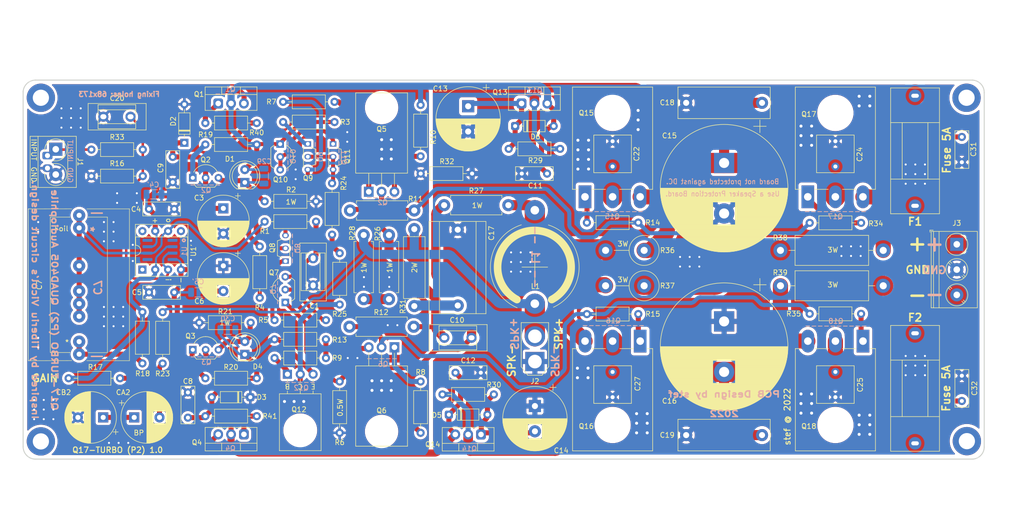
<source format=kicad_pcb>
(kicad_pcb (version 20211014) (generator pcbnew)
  (title_block (title "Q17-TURBO (P2)") (date "2022-09-11") (rev "1.0") (company "PCB design by Stef") (comment 1 "Zize 190 x 75 mm"))
  (layers (0 "F.Cu" signal) (31 "B.Cu" signal) (34 "B.Paste" user) (35 "F.Paste" user) (36 "B.SilkS" user "B.Silkscreen") (37 "F.SilkS" user "F.Silkscreen") (38 "B.Mask" user) (39 "F.Mask" user) (44 "Edge.Cuts" user))
  (net 0 "")
  (net 1 "GND")
  (net 2 "Net-(C1-Pad1)")
  (net 3 "Net-(Q5-Pad2)")
  (net 4 "Net-(C3-Pad1)")
  (net 5 "Net-(C5-Pad2)")
  (net 6 "Net-(C7-Pad1)")
  (net 7 "Net-(C8-Pad2)")
  (net 8 "Net-(C9-Pad2)")
  (net 9 "Net-(C10-Pad1)")
  (net 10 "Net-(C10-Pad2)")
  (net 11 "Net-(C11-Pad2)")
  (net 12 "GNDPWR")
  (net 13 "Net-(C12-Pad2)")
  (net 14 "Net-(C13-Pad1)")
  (net 15 "Net-(C14-Pad2)")
  (net 16 "Net-(C15-Pad1)")
  (net 17 "Net-(C16-Pad2)")
  (net 18 "Net-(C17-Pad1)")
  (net 19 "Net-(C29-Pad2)")
  (net 20 "Net-(C30-Pad1)")
  (net 21 "Net-(L1-Pad2)")
  (net 22 "Net-(J2-Pad2)")
  (net 23 "Net-(Q2-Pad1)")
  (net 24 "Net-(Q3-Pad1)")
  (net 25 "Net-(Q8-Pad2)")
  (net 26 "Net-(Q5-Pad3)")
  (net 27 "Net-(Q5-Pad1)")
  (net 28 "Net-(Q6-Pad3)")
  (net 29 "Net-(Q6-Pad1)")
  (net 30 "Net-(Q15-Pad1)")
  (net 31 "Net-(Q16-Pad1)")
  (net 32 "Net-(R24-Pad2)")
  (net 33 "Net-(R26-Pad2)")
  (net 34 "Net-(Q8-Pad1)")
  (net 35 "Net-(Q7-Pad2)")
  (net 36 "Net-(Q10-Pad2)")
  (net 37 "Net-(Q9-Pad1)")
  (net 38 "Net-(Q11-Pad2)")
  (net 39 "Net-(Q15-Pad3)")
  (net 40 "Net-(Q12-Pad1)")
  (net 41 "Net-(Q12-Pad2)")
  (net 45 "Net-(Q16-Pad3)")
  (net 46 "Net-(Q17-Pad1)")
  (net 47 "Net-(Q17-Pad3)")
  (net 48 "Net-(Q18-Pad1)")
  (net 49 "Net-(Q18-Pad3)")
  (net 50 "Net-(Q6-Pad2)")
  (net 51 "Net-(Q8-Pad3)")
  (net 52 "Net-(R17-Pad2)")
  (net 53 "Net-(Q1-Pad1)")
  (net 54 "Net-(Q4-Pad1)")
  (net 55 "Net-(C20-Pad2)")
  (net 56 "Net-(C7-Pad2)")
  (net 57 "Net-(CA2-Pad1)")
  (net 58 "Net-(CA2-Pad2)")
  (net 59 "Net-(F1-Pad2)")
  (net 60 "Net-(F2-Pad1)")
  (net 61 "Net-(J1-Pad1)")
  (footprint "Resistor_THT:R_Axial_DIN0207_L6.3mm_D2.5mm_P10.16mm_Horizontal" (layer "F.Cu") (at 98.7772 118.65)
    (fp_text reference "R5")
    (fp_text value "10R" hide)
  )
  (footprint "Resistor_THT:R_Axial_DIN0207_L6.3mm_D2.5mm_P10.16mm_Horizontal" (layer "F.Cu") (at 95.2572 83.9 180)
    (fp_text reference "R19")
    (fp_text value "330R" hide)
  )
  (footprint "Package_TO_SOT_THT:TO-92_Inline_Wide" (layer "F.Cu") (at 82.6072 90.485)
    (fp_text reference "Q2")
    (fp_text value "KSA992")
  )
  (footprint "Resistor_THT:R_Axial_DIN0207_L6.3mm_D2.5mm_P10.16mm_Horizontal" (layer "F.Cu") (at 95.2572 130.15 180)
    (fp_text reference "R20")
    (fp_text value "330R" hide)
  )
  (footprint "Capacitor_THT:CP_Radial_D12.5mm_P5.00mm" (layer "F.Cu") (at 150.2472 135.65 -90)
    (fp_text reference "C14")
    (fp_text value "220uF/63V")
  )
  (footprint "Resistor_THT:R_Axial_DIN0614_L14.3mm_D5.7mm_P20.32mm_Horizontal" (layer "F.Cu") (at 219.1072 111.85 180)
    (fp_text reference "R39")
    (fp_text value "0.1R/3W")
  )
  (footprint "Capacitor_THT:CP_Radial_D10.0mm_P5.00mm" (layer "F.Cu") (at 88.6472 96.532323 -90)
    (fp_text reference "C3")
    (fp_text value "47uF/25v")
  )
  (footprint "Resistor_THT:R_Axial_DIN0207_L6.3mm_D2.5mm_P10.16mm_Horizontal" (layer "F.Cu") (at 62.5672 90.15)
    (fp_text reference "R16")
    (fp_text value "22k" hide)
  )
  (footprint "Resistor_THT:R_Axial_DIN0207_L6.3mm_D2.5mm_P10.16mm_Horizontal" (layer "F.Cu") (at 95.8472 104.07 -90)
    (fp_text reference "R4")
    (fp_text value "100R" hide)
  )
  (footprint "Q17_Library:L_Radial_D13mm_Q17_P2" (layer "F.Cu") (at 150.227888 115.4 90)
    (fp_text reference "L1")
    (fp_text value "1u2")
  )
  (footprint "Resistor_THT:R_Axial_DIN0207_L6.3mm_D2.5mm_P10.16mm_Horizontal" (layer "F.Cu") (at 100.4672 75.45)
    (fp_text reference "R7")
    (fp_text value "100R" hide)
  )
  (footprint "Resistor_THT:R_Axial_DIN0207_L6.3mm_D2.5mm_P10.16mm_Horizontal" (layer "F.Cu") (at 95.2572 137.65 180)
    (fp_text reference "R41")
    (fp_text value "100R")
  )
  (footprint "Package_TO_SOT_THT:TO-92_Inline_Wide" (layer "F.Cu") (at 100.8972 115.15 90)
    (fp_text reference "Q7")
    (fp_text value "KSC1845")
  )
  (footprint "LED_THT:LED_D5.0mm" (layer "F.Cu") (at 92.8972 91.4 90)
    (fp_text reference "D1")
    (fp_text value "RED 2V")
  )
  (footprint "Resistor_THT:R_Axial_DIN0207_L6.3mm_D2.5mm_P10.16mm_Horizontal" (layer "F.Cu") (at 160.5222 117.45)
    (fp_text reference "R15")
    (fp_text value "330R")
  )
  (footprint "Package_DIP:DIP-8_W7.62mm_Socket" (layer "F.Cu") (at 72.6472 108.65 90)
    (fp_text reference "U1'")
    (fp_text value "OPA1641")
  )
  (footprint "Capacitor_THT:C_Rect_L7.2mm_W2.5mm_P5.00mm_FKS2_FKP2_MKS2_MKP2" (layer "F.Cu") (at 234.6472 87.4 90)
    (fp_text reference "C31")
    (fp_text value "100nF")
  )
  (footprint "Resistor_THT:R_Axial_DIN0411_L9.9mm_D3.6mm_P12.70mm_Horizontal" (layer "F.Cu") (at 126.2872 119.95 180)
    (fp_text reference "R12")
    (fp_text value "47R/2W" hide)
  )
  (footprint "Q17_Library:fuse_holder_CQ-2" (layer "F.Cu") (at 225.3972 132.15)
    (fp_text reference "F2")
    (fp_text value "Fuse 5A")
  )
  (footprint "Resistor_THT:R_Axial_DIN0207_L6.3mm_D2.5mm_P10.16mm_Horizontal" (layer "F.Cu") (at 96.8172 99.15)
    (fp_text reference "R1")
    (fp_text value "2k7" hide)
  )
  (footprint "Q17_Library:C_Mica_v2_L11.4mm_W4.3mm_H9.1_P5.9mm_mix" (layer "F.Cu") (at 64.677772 78.396103)
    (fp_text reference "C20")
    (fp_text value "1nF FKP2 or MKT")
  )
  (footprint "Resistor_THT:R_Axial_DIN0207_L6.3mm_D2.5mm_P10.16mm_Horizontal" (layer "F.Cu") (at 110.6272 79.45 180)
    (fp_text reference "R3")
    (fp_text value "150R" hide)
  )
  (footprint "Q17_Library:R_Axial_L12.0mm_D5.0mm_P15.24mm_Horizontal_Dale_1W" (layer "F.Cu") (at 126.3972 100.63 -90)
    (fp_text reference "R31")
    (fp_text value "10R/2W")
  )
  (footprint "Capacitor_THT:C_Rect_L7.2mm_W2.5mm_P5.00mm_FKS2_FKP2_MKS2_MKP2" (layer "F.Cu") (at 147.6472 89.65)
    (fp_text reference "C11")
    (fp_text value "100nF")
  )
  (footprint "Package_TO_SOT_THT:TO-92S_Wide" (layer "F.Cu") (at 105.3472 83.775 -90)
    (fp_text reference "Q9")
    (fp_text value "ZVP2106A")
  )
  (footprint "Resistor_THT:R_Axial_DIN0207_L6.3mm_D2.5mm_P10.16mm_Horizontal" (layer "F.Cu") (at 204.5672 117.4)
    (fp_text reference "R35")
    (fp_text value "330R")
  )
  (footprint "Capacitor_THT:CP_Radial_D10.0mm_P5.00mm" (layer "F.Cu") (at 64.8972 137.9 180)
    (fp_text reference "CB2")
    (fp_text value "STRAP")
  )
  (footprint "Capacitor_THT:C_Rect_L7.2mm_W2.5mm_P5.00mm_FKS2_FKP2_MKS2_MKP2" (layer "F.Cu") (at 78.9472 96.65 180)
    (fp_text reference "C4")
    (fp_text value "100nF")
  )
  (footprint "Resistor_THT:R_Axial_DIN0207_L6.3mm_D2.5mm_P10.16mm_Horizontal" (layer "F.Cu") (at 68.2272 130.15 180)
    (fp_text reference "R17")
    (fp_text value "7k32" hide)
  )
  (footprint "Resistor_THT:R_Axial_DIN0207_L6.3mm_D2.5mm_P10.16mm_Horizontal" (layer "F.Cu") (at 96.8172 95.15)
    (fp_text reference "R2")
    (fp_text value "10k/1W" hide)
  )
  (footprint "Package_TO_SOT_THT:TO-92S_Wide" (layer "F.Cu") (at 110.3472 83.775 -90)
    (fp_text reference "Q11")
    (fp_text value "ZVP2106A")
  )
  (footprint "Resistor_THT:R_Axial_DIN0207_L6.3mm_D2.5mm_P10.16mm_Horizontal" (layer "F.Cu") (at 72.7272 84.9 180)
    (fp_text reference "R33")
    (fp_text value "680R" hide)
  )
  (footprint "Resistor_THT:R_Axial_DIN0207_L6.3mm_D2.5mm_P10.16mm_Horizontal" (layer "F.Cu") (at 76.6472 127.23 90)
    (fp_text reference "R23")
    (fp_text value "8k2" hide)
  )
  (footprint "LED_THT:LED_D5.0mm" (layer "F.Cu") (at 92.8972 125.425 90)
    (fp_text reference "D4")
    (fp_text value "RED 2V")
  )
  (footprint "Resistor_THT:R_Axial_DIN0207_L6.3mm_D2.5mm_P10.16mm_Horizontal" (layer "F.Cu") (at 98.7772 126.15)
    (fp_text reference "R9")
    (fp_text value "100R" hide)
  )
  (footprint "Capacitor_THT:CP_Radial_D10.0mm_P5.00mm" (layer "F.Cu") (at 88.6472 107.9 -90)
    (fp_text reference "C6")
    (fp_text value "47uF/25v")
  )
  (footprint "Q17_Library:C_Rect_L18.0mm_W7.0mm_P15.00mm_C17" (layer "F.Cu") (at 134.99155 115.75 90)
    (fp_text reference "C17")
    (fp_text value "100nF MKP or MKT")
  )
  (footprint "Capacitor_THT:C_Rect_L7.2mm_W2.5mm_P5.00mm_FKS2_FKP2_MKS2_MKP2" (layer "F.Cu") (at 139.5472 129.05 180)
    (fp_text reference "C12")
    (fp_text value "100nF")
  )
  (footprint "Resistor_THT:R_Axial_DIN0207_L6.3mm_D2.5mm_P10.16mm_Horizontal" (layer "F.Cu") (at 127.6472 76.07 -90)
    (fp_text reference "R10")
    (fp_text value "10R" hide)
  )
  (footprint "Resistor_THT:R_Axial_DIN0411_L9.9mm_D3.6mm_P12.70mm_Horizontal" (layer "F.Cu") (at 126.3972 96.95 180)
    (fp_text reference "R11")
    (fp_text value "47R/2W" hide)
  )
  (footprint "Diode_THT:D_DO-35_SOD27_P7.62mm_Horizontal" (layer "F.Cu") (at 146.3372 80.25)
    (fp_text reference "D6")
    (fp_text value "1N5245B" hide)
  )
  (footprint "Diode_THT:D_DO-35_SOD27_P7.62mm_Horizontal" (layer "F.Cu") (at 93.9872 133.9 180)
    (fp_text reference "D3")
    (fp_text value "1N5248B" hide)
  )
  (footprint "Capacitor_THT:CP_Radial_D25.0mm_P10.00mm_SnapIn" (layer "F.Cu") (at 187.6472 118.9 -90)
    (fp_text reference "C16")
    (fp_text value "3300uF/63V")
  )
  (footprint "Package_TO_SOT_THT:TO-220-3_Vertical" (layer "F.Cu") (at 147.6072 75.775)
    (fp_text reference "Q13")
    (fp_text value "IRF610" hide)
  )
  (footprint "Resistor_THT:R_Axial_DIN0207_L6.3mm_D2.5mm_P10.16mm_Horizontal" (layer "F.Cu") (at 155.2272 84.75 180)
    (fp_text reference "R29")
    (fp_text value "10k" hide)
  )
  (footprint "Q17_Library:BD139_Horizontal_TabDown" (layer "F.Cu") (at 106.3972 129.35 180)
    (fp_text reference "Q12")
    (fp_text value "BD139")
  )
  (footprint "Capacitor_THT:C_Rect_L7.2mm_W7.2mm_P5.00mm_FKS2_FKP2_MKS2_MKP2" (layer "F.Cu") (at 209.6472 133.9 90)
    (fp_text reference "C25")
    (fp_text value "1uF/100V")
  )
  (footprint "Resistor_THT:R_Axial_DIN0207_L6.3mm_D2.5mm_P10.16mm_Horizontal" (layer "F.Cu") (at 110.1472 91.57 -90)
    (fp_text reference "R24")
    (fp_text value "10k" hide)
  )
  (footprint "Package_TO_SOT_THT:TO-92_Inline_Wide" (layer "F.Cu") (at 99.8872 83.81 -90)
    (fp_text reference "Q10")
    (fp_text value "KSA992")
  )
  (footprint "Q17_Library:TO-3PB-3_Horizontal_TabDown_6mmHole" (layer "F.Cu") (at 160.1472 94.25)
    (fp_text reference "Q15")
    (fp_text value "FQA46N15" hide)
  )
  (footprint "Capacitor_THT:C_Rect_L18.0mm_W6.0mm_P15.00mm_FKS3_FKP3" (layer "F.Cu") (at 195.1472 141.4 180)
    (fp_text reference "C19")
    (fp_text value "3.3uF/63v MKS4")
  )
  (footprint "Capacitor_THT:C_Rect_L7.2mm_W2.5mm_P5.00mm_FKS2_FKP2_MKS2_MKP2" (layer "F.Cu") (at 78.6472 91.35 90)
    (fp_text reference "C9")
    (fp_text value "100nF")
  )
  (footprint "Capacitor_THT:C_Rect_L7.2mm_W2.5mm_P5.00mm_FKS2_FKP2_MKS2_MKP2" (layer "F.Cu") (at 73.9472 113.15)
    (fp_text reference "C5")
    (fp_text value "100nF")
  )
  (footprint "Capacitor_THT:CP_Radial_D12.5mm_P5.00mm" (layer "F.Cu") (at 137.0472 76.326041 -90)
    (fp_text reference "C13")
    (fp_text value "220uF/63V")
  )
  (footprint "MountingHole:MountingHole_3.2mm_M3_DIN965_Pad_TopBottom" (layer "F.Cu") (at 235.640771 142.596818 180)
    (fp_text reference "H1")
    (fp_text value "MountingHole")
  )
  (footprint "Resistor_THT:R_Axial_DIN0207_L6.3mm_D2.5mm_P10.16mm_Horizontal" (layer "F.Cu") (at 160.5222 99.35)
    (fp_text reference "R14")
    (fp_text value "330R")
  )
  (footprint "Resistor_THT:R_Axial_DIN0207_L6.3mm_D2.5mm_P10.16mm_Horizontal" (layer "F.Cu") (at 142.1272 133.35 180)
    (fp_text reference "R30")
    (fp_text value "10k" hide)
  )
  (footprint "Resistor_THT:R_Axial_DIN0207_L6.3mm_D2.5mm_P10.16mm_Horizontal" (layer "F.Cu") (at 111.6472 130.79 -90)
    (fp_text reference "R6")
    (fp_text value "100R/0.5W" hide)
  )
  (footprint "Capacitor_THT:CP_Radial_D10.0mm_P5.00mm" (layer "F.Cu") (at 71.029523 137.9)
    (fp_text reference "CA2")
    (fp_text value "100uF/16V BP")
  )
  (footprint "Capacitor_THT:C_Rect_L7.2mm_W7.2mm_P5.00mm_FKS2_FKP2_MKS2_MKP2" (layer "F.Cu") (at 209.6472 83.25 -90)
    (fp_text reference "C24")
    (fp_text value "1uF/100V")
  )
  (footprint "Q17_Library:C_Mica_v2_L11.4mm_W4.3mm_H9.1_P5.9mm_mix" (layer "F.Cu") (at 132.084075 122.146103)
    (fp_text reference "C10")
    (fp_text value "47pF Mica or NP0")
  )
  (footprint "Package_TO_SOT_THT:TO-92S_Wide" (layer "F.Cu") (at 100.9372 106.975 90)
    (fp_text reference "Q8")
    (fp_text value "ZVN4206AV")
  )
  (footprint "Resistor_THT:R_Axial_DIN0207_L6.3mm_D2.5mm_P10.16mm_Horizontal" (layer "F.Cu") (at 108.9272 122.45 180)
    (fp_text reference "R13")
    (fp_text value "10R" hide)
  )
  (footprint "Resistor_THT:R_Axial_DIN0411_L9.9mm_D3.6mm_P12.70mm_Horizontal" (layer "F.Cu") (at 116.3972 114.5 90)
    (fp_text reference "R28")
    (fp_text value "22R/1W")
  )
  (footprint "Resistor_THT:R_Axial_DIN0411_L9.9mm_D3.6mm_P12.70mm_Horizontal" (layer "F.Cu") (at 121.3972 101.8 -90)
    (fp_text reference "R26")
    (fp_text value "22R/1W")
  )
  (footprint "Capacitor_THT:C_Rect_L18.0mm_W6.0mm_P15.00mm_FKS3_FKP3" (layer "F.Cu") (at 180.1472 75.65)
    (fp_text reference "C18")
    (fp_text value "3.3uF/63v MKS4")
  )
  (footprint "Diode_THT:D_DO-35_SOD27_P7.62mm_Horizontal" (layer "F.Cu") (at 133.2372 137.35)
    (fp_text reference "D5")
    (fp_text value "1N5245B" hide)
  )
  (footprint "MountingHole:MountingHole_3.2mm_M3_DIN965_Pad_TopBottom" (layer "F.Cu") (at 235.578971 74.647618 180)
    (fp_text reference "H1")
    (fp_text value "MountingHole")
  )
  (footprint "Package_TO_SOT_THT:TO-220-3_Vertical" (layer "F.Cu") (at 92.7172 141.25 180)
    (fp_text reference "Q4")
    (fp_text value "IRF9610" hide)
  )
  (footprint "MountingHole:MountingHole_3.2mm_M3_DIN965_Pad_TopBottom" (layer "F.Cu") (at 52.578971 142.647618 180)
    (fp_text reference "H1")
    (fp_text value "MountingHole")
  )
  (footprint "Q17_Library:TO-220-3_Horizontal_TabDown_6mmHole" (layer "F.Cu") (at 117.3972 93.25)
    (fp_text reference "Q5")
    (fp_text value "FQP3P20")
  )
  (footprint "Q17_Library:TO-3PB-3_Horizontal_TabDown_6mmHole" (layer "F.Cu") (at 215.1022 122.8 180)
    (fp_text reference "Q18")
    (fp_text value "FQA36P15")
  )
  (footprint "Resistor_THT:R_Axial_DIN0614_L14.3mm_D5.7mm_P7.62mm_Vertical" (layer "F.Cu") (at 171.8372 111.85 180)
    (fp_text reference "R37")
    (fp_text value "0.1R/3W")
  )
  (footprint "Package_TO_SOT_THT:TO-220-3_Vertical" (layer "F.Cu") (at 139.5872 141.275 180)
    (fp_text reference "Q14")
    (fp_text value "IRF9610" hide)
  )
  (footprint "Package_TO_SOT_THT:TO-92_Inline_Wide" (layer "F.Cu") (at 82.6072 124.51)
    (fp_text reference "Q3")
    (fp_text value "KSC1845")
  )
  (footprint "Capacitor_THT:CP_Radial_D25.0mm_P10.00mm_SnapIn" (layer "F.Cu") (at 187.6472 87.54463 -90)
    (fp_text reference "C15")
    (fp_text value "3300uF/63V")
  )
  (footprint "Resistor_THT:R_Axial_DIN0614_L14.3mm_D5.7mm_P7.62mm_Vertical" (layer "F.Cu") (at 171.8372 104.85 180)
    (fp_text reference "R36")
    (fp_text value "0.1R/3W")
  )
  (footprint "Q17_Library:TO-3PB-3_Horizontal_TabDown_6mmHole" (layer "F.Cu") (at 204.1922 94.25)
    (fp_text reference "Q17")
    (fp_text value "FQA46N15" hide)
  )
  (footprint "Resistor_THT:R_Axial_DIN0207_L6.3mm_D2.5mm_P10.16mm_Horizontal" (layer "F.Cu") (at 72.6472 117.05 -90)
    (fp_text reference "R18")
    (fp_text value "22k" hide)
  )
  (footprint "Q17_Library:fuse_holder_CQ-2" (layer "F.Cu") (at 225.3972 85.15)
    (fp_text reference "F1")
    (fp_text value "Fuse 5A")
  )
  (footprint "Resistor_THT:R_Axial_DIN0614_L14.3mm_D5.7mm_P20.32mm_Horizontal" (layer "F.Cu") (at 219.1072 104.85 180)
    (fp_text reference "R38")
    (fp_text value "0.1R/3W")
  )
  (footprint "Q17_Library:C_Rect_C7_Q17_Mini_L26.50_H11.00_P20.50_2" (layer "F.Cu") (at 60.1472 122.9 90)
    (fp_text reference "C7")
    (fp_text value "1uF MKP or MKT")
  )
  (footprint "Capacitor_THT:C_Rect_L7.2mm_W2.5mm_P5.00mm_FKS2_FKP2_MKS2_MKP2" (layer "F.Cu") (at 81.6472 132.95 -90)
    (fp_text reference "C8")
    (fp_text value "100nF")
  )
  (footprint "Resistor_THT:R_Axial_DIN0207_L6.3mm_D2.5mm_P10.16mm_Horizontal" (layer "F.Cu") (at 214.7272 99.4 180)
    (fp_text reference "R34")
    (fp_text value "330R")
  )
  (footprint "Q17_Library:TO-3PB-3_Horizontal_TabDown_6mmHole" (layer "F.Cu") (at 171.0572 122.8 180)
    (fp_text reference "Q16")
    (fp_text value "FQA36P15" hide)
  )
  (footprint "Package_TO_SOT_THT:TO-220-3_Vertical" (layer "F.Cu") (at 87.6372 75.775)
    (fp_text reference "Q1")
    (fp_text value "IRF610" hide)
  )
  (footprint "Connector_AMASS:AMASS_XT30U-F_1x02_P5.0mm_Vertical" (layer "F.Cu") (at 150.2472 126.85 90)
    (fp_text reference "J2")
    (fp_text value "SPK+")
  )
  (footprint "Resistor_THT:R_Axial_DIN0207_L6.3mm_D2.5mm_P10.16mm_Horizontal" (layer "F.Cu") (at 94.0472 119.15 180)
    (fp_text reference "R21")
    (fp_text value "10k/1W" hide)
  )
  (footprint "MountingHole:MountingHole_3.2mm_M3_DIN965_Pad_TopBottom" (layer "F.Cu") (at 52.578971 74.647618 180)
    (fp_text reference "H1")
    (fp_text value "MountingHole")
  )
  (footprint "Q17_Library:C_Mica_v2_L11.4mm_W4.3mm_H9.1_P5.9mm_mix" (layer "F.Cu") (at 106.3972 106.15 -90)
    (fp_text reference "C1")
    (fp_text value "470p Mica")
  )
  (footprint "Capacitor_THT:C_Rect_L7.2mm_W2.5mm_P5.00mm_FKS2_FKP2_MKS2_MKP2" (layer "F.Cu") (at 234.6472 129.65 -90)
    (fp_text reference "C32")
    (fp_text value "100nF")
  )
  (footprint "Resistor_THT:R_Axial_DIN0207_L6.3mm_D2.5mm_P10.16mm_Horizontal" (layer "F.Cu") (at 85.0972 79.65)
    (fp_text reference "R40")
    (fp_text value "100R")
  )
  (footprint "Resistor_THT:R_Axial_DIN0207_L6.3mm_D2.5mm_P10.16mm_Horizontal" (layer "F.Cu") (at 127.6472 140.95 90)
    (fp_text reference "R8")
    (fp_text value "120R" hide)
  )
  (footprint "Q17_Library:Input_connector_mix_regular" (layer "F.Cu") (at 54.8972 87.4 -90)
    (fp_text reference "J1")
    (fp_text value "INPUT")
  )
  (footprint "Resistor_THT:R_Axial_DIN0207_L6.3mm_D2.5mm_P10.16mm_Horizontal" (layer "F.Cu") (at 127.6672 89.65)
    (fp_text reference "R32")
    (fp_text value "STRAP" hide)
  )
  (footprint "Q17_Library:TO-220-3_Horizontal_TabDown_6mmHole" (layer "F.Cu") (at 122.4772 124.02 180)
    (fp_text reference "Q6")
    (fp_text value "FQP3N30")
  )
  (footprint "Resistor_THT:R_Axial_DIN0411_L9.9mm_D3.6mm_P12.70mm_Horizontal" (layer "F.Cu") (at 132.2972 95.9)
    (fp_text reference "R27")
    (fp_text value "560R/1W")
  )
  (footprint "TerminalBlock_Phoenix:TerminalBlock_Phoenix_PT-1,5-3-5.0-H_1x03_P5.00mm_Horizontal" (layer "F.Cu") (at 233.6472 103.65 -90)
    (fp_text reference "J3")
    (fp_text value "DC")
  )
  (footprint "Capacitor_THT:C_Rect_L7.2mm_W7.2mm_P5.00mm_FKS2_FKP2_MKS2_MKP2" (layer "F.Cu") (at 165.6022 83.25 -90)
    (fp_text reference "C22")
    (fp_text value "1uF/100V")
  )
  (footprint "Diode_THT:D_DO-35_SOD27_P7.62mm_Horizontal" (layer "F.Cu") (at 80.9472 83.56 90)
    (fp_text reference "D2")
    (fp_text value "1N5248B" hide)
  )
  (footprint "Resistor_THT:R_Axial_DIN0207_L6.3mm_D2.5mm_P10.16mm_Horizontal" (layer "F.Cu") (at 111.6472 105.4 -90)
    (fp_text reference "R25")
    (fp_text value "7k5" hide)
  )
  (footprint "Capacitor_THT:C_Rect_L7.2mm_W7.2mm_P5.00mm_FKS2_FKP2_MKS2_MKP2" (layer "F.Cu") (at 165.6022 133.9 90)
    (fp_text reference "C27")
    (fp_text value "1uF/100V")
  )
  (footprint "Capacitor_SMD:C_1206_3216Metric" (layer "B.Cu") (at 89.5472 120.55 180)
    (fp_text reference "C30")
    (fp_text value "15nF COG")
  )
  (footprint "Capacitor_SMD:C_1206_3216Metric" (layer "B.Cu") (at 83.7472 113.15 180)
    (fp_text reference "C5'")
    (fp_text value "15nF COG")
  )
  (footprint "Capacitor_SMD:C_1206_3216Metric" (layer "B.Cu") (at 96.6472 90.15 -90)
    (fp_text reference "C29")
    (fp_text value "15nF COG")
  )
  (footprint "Package_SO:SOIC-8_3.9x4.9mm_P1.27mm" (layer "B.Cu") (at 76.129917 104.755097 180)
    (fp_text reference "U1")
    (fp_text value "OPA1611")
  )
  (footprint "Capacitor_SMD:C_1206_3216Metric" (layer "B.Cu") (at 74.9472 93.75 180)
    (fp_text reference "C4'")
    (fp_text value "100nF")
  )
  (gr_line locked (start 51.5007 146.150075) (end 236.7937 146.149926) (layer "Edge.Cuts") (width 0.2))
  (gr_arc locked (start 51.5007 146.150075) (mid 49.781843 145.430855) (end 49.071964 143.708119) (layer "Edge.Cuts") (width 0.2))
  (gr_arc locked (start 239.073324 143.765303) (mid 238.403924 145.407313) (end 236.7937 146.149926) (layer "Edge.Cuts") (width 0.2))
  (gr_line locked (start 239.072764 73.623327) (end 239.073324 143.765303) (layer "Edge.Cuts") (width 0.2))
  (gr_line locked (start 49.070888 73.402439) (end 49.071964 143.708119) (layer "Edge.Cuts") (width 0.2))
  (gr_arc locked (start 236.775393 71.153909) (mid 238.417593 71.929487) (end 239.072764 73.623327) (layer "Edge.Cuts") (width 0.2))
  (gr_arc locked (start 49.070888 73.402439) (mid 49.862617 71.798926) (end 51.530024 71.152518) (layer "Edge.Cuts") (width 0.2))
  (gr_line locked (start 51.530024 71.152518) (end 236.775393 71.153909) (layer "Edge.Cuts") (width 0.2))
  (gr_text "----------" (at 165.5472 97.25 -180) (layer "B.SilkS") (effects (font (size 1 1)) (justify mirror)))
  (gr_text "Q2" (at 120.1472 95.35) (layer "B.SilkS") (effects (font (size 1 1)) (justify mirror)))
  (gr_text "Q13" (at 150.2472 73.188) (layer "B.SilkS") (effects (font (size 1 1)) (justify mirror)))
  (gr_text "-- L1 --" (at 150.3472 106.15 -90) (layer "B.SilkS") (effects (font (size 1.5 1.5) (thickness 0.3)) (justify mirror)))
  (gr_text "-----" (at 119.97914 94.492935 -180) (layer "B.SilkS") (effects (font (size 1 1)) (justify mirror)))
  (gr_text "Q1" (at 90.0472 72.95) (layer "B.SilkS") (effects (font (size 1 1)) (justify mirror)))
  (gr_text "-----" (at 103.820814 130.905137) (layer "B.SilkS") (effects (font (size 1 1)) (justify mirror)))
  (gr_text "-----" (at 85.1472 125.85) (layer "B.SilkS") (effects (font (size 1 1)) (justify mirror)))
  (gr_text "GND" (at 229.2472 108.75) (layer "B.SilkS") (effects (font (size 1.5 1.5) (thickness 0.3)) (justify mirror)))
  (gr_text "Q17-TURBO (P2) QUAD405 Audiophile\n\nInspired by Tiberiu Vicol's circuit design." (at 53.3472 114.65 -90) (layer "B.SilkS") (effects (font (size 1.2 1.5) (thickness 0.3)) (justify mirror)))
  (gr_text "Q16" (at 165.7472 118.75) (layer "B.SilkS") (effects (font (size 1 1)) (justify mirror)))
  (gr_text "|          C7           |" (at 63.7472 111.65 -90) (layer "B.SilkS") (effects (font (size 1.5 1.5) (thickness 0.3)) (justify mirror)))
  (gr_text "-----" (at 106.7472 86.35 -270) (layer "B.SilkS") (effects (font (size 1 1)) (justify mirror)))
  (gr_text "-----" (at 99.4472 112.55 -90) (layer "B.SilkS") (effects (font (size 1 1)) (justify mirror)))
  (gr_text "Q11" (at 112.4472 86.45 -90) (layer "B.SilkS") (effects (font (size 1 1)) (justify mirror)))
  (gr_text "PCB Design by stef\n\n2022" (at 187.6472 135.25) (layer "B.SilkS") (effects (font (size 1.2 1.5) (thickness 0.3)) (justify mirror)))
  (gr_text "INPUT" (at 58.3472 85.15 -90) (layer "B.SilkS") (effects (font (size 1 1)) (justify mirror)))
  (gr_text "----------" (at 209.6472 97.25 -180) (layer "B.SilkS") (effects (font (size 1 1)) (justify mirror)))
  (gr_text "Board not protected against DC." (at 187.3472 91.237) (layer "B.SilkS") (effects (font (size 1 0.9)) (justify mirror)))
  (gr_text "Q2" (at 85.2472 92.95) (layer "B.SilkS") (effects (font (size 1 1)) (justify mirror)))
  (gr_text "Q9" (at 107.7632 86.35 -90) (layer "B.SilkS") (effects (font (size 1 1)) (justify mirror)))
  (gr_text "----------" (at 165.7472 119.65) (layer "B.SilkS") (effects (font (size 1 1)) (justify mirror)))
  (gr_text "-----" (at 90.1472 142.95) (layer "B.SilkS") (effects (font (size 1 1)) (justify mirror)))
  (gr_text "Q14" (at 137.273586 144.094863) (layer "B.SilkS") (effects (font (size 1 1)) (justify mirror)))
  (gr_text "Q10" (at 102.3472 86.248241 -90) (layer "B.SilkS") (effects (font (size 1 1)) (justify mirror)))
  (gr_text "-----" (at 120.020814 126.205137) (layer "B.SilkS") (effects (font (size 1 1)) (justify mirror)))
  (gr_text "-----" (at 137.0472 142.95) (layer "B.SilkS") (effects (font (size 1 1)) (justify mirror)))
  (gr_text "----------" (at 209.7472 119.75) (layer "B.SilkS") (effects (font (size 1 1)) (justify mirror)))
  (gr_text "+" (at 229.2472 103.5) (layer "B.SilkS") (effects (font (size 3 3) (thickness 0.5))))
  (gr_text "Q15" (at 165.5472 98.15) (layer "B.SilkS") (effects (font (size 1 1)) (justify mirror)))
  (gr_text "Q6" (at 120.2472 127.35) (layer "B.SilkS") (effects (font (size 1 1)) (justify mirror)))
  (gr_text "Fixing holes: 68x173" (at 68.0472 73.95) (layer "B.SilkS") (effects (font (size 1 1) (thickness 0.25)) (justify mirror)))
  (gr_text "Use a Speaker Protection Board." (at 187.3472 93.65) (layer "B.SilkS") (effects (font (size 1 0.9)) (justify mirror)))
  (gr_text "-----" (at 90.0472 73.966 -180) (layer "B.SilkS") (effects (font (size 1 1)) (justify mirror)))
  (gr_text "Q4" (at 90.050105 144.01928) (layer "B.SilkS") (effects (font (size 1 1)) (justify mirror)))
  (gr_text "-----" (at 102.2312 104.45 -270) (layer "B.SilkS") (effects (font (size 1 1)) (justify mirror)))
  (gr_text "SPK-" (at 154.1472 126.75 -90) (layer "B.SilkS") (effects (font (size 1.5 1.5) (thickness 0.3)) (justify mirror)))
  (gr_text "Q3" (at 85.305778 126.959102) (layer "B.SilkS") (effects (font (size 1 1)) (justify mirror)))
  (gr_text "-----" (at 101.3472 86.25 -270) (layer "B.SilkS") (effects (font (size 1 1)) (justify mirror)))
  (gr_text "-" (at 229.2472 113.45) (layer "B.SilkS") (effects (font (size 3 3) (thickness 0.5))))
  (gr_text "GND" (at 58.3472 89.95 -90) (layer "B.SilkS") (effects (font (size 1 1)) (justify mirror)))
  (gr_text "Q18" (at 209.7472 118.85) (layer "B.SilkS") (effects (font (size 1 1)) (justify mirror)))
  (gr_text "*" (at 62.301047 100.65855 -90) (layer "B.SilkS") (effects (font (size 1.5 1.5) (thickness 0.3)) (justify mirror)))
  (gr_text "-----" (at 85.088622 91.840898) (layer "B.SilkS") (effects (font (size 1 1)) (justify mirror)))
  (gr_text "-----" (at 150.2472 73.95) (layer "B.SilkS") (effects (font (size 1 1)) (justify mirror)))
  (gr_text "Q12" (at 104.0472 132.05) (layer "B.SilkS") (effects (font (size 1 1)) (justify mirror)))
  (gr_text "°" (at 81.6472 102.85 -270) (layer "B.SilkS") (effects (font (size 2 2) (thickness 0.25))))
  (gr_text "Q8" (at 103.2472 104.45 -90) (layer "B.SilkS") (effects (font (size 1 1)) (justify mirror)))
  (gr_text "Q17" (at 209.6472 98.15) (layer "B.SilkS") (effects (font (size 1 1)) (justify mirror)))
  (gr_text "Q7" (at 98.4312 112.55 -90) (layer "B.SilkS") (effects (font (size 1 1)) (justify mirror)))
  (gr_text "SPK+" (at 146.1472 121.35 -90) (layer "B.SilkS") (effects (font (size 1.5 1.5) (thickness 0.3)) (justify mirror)))
  (gr_text "-----" (at 111.578342 86.350145 -90) (layer "B.SilkS") (effects (font (size 1 1)) (justify mirror)))
  (gr_text "+" (at 225.8472 103.45) (layer "F.SilkS") (effects (font (size 3 3) (thickness 0.5))))
  (gr_text "GAIN" (at 53.3972 130.15) (layer "F.SilkS") (effects (font (size 1.5 1.5) (thickness 0.3))))
  (gr_text "3W" (at 209.1472 111.65) (layer "F.SilkS") (effects (font (size 1 1))))
  (gr_text "3W" (at 209.1472 104.75) (layer "F.SilkS") (effects (font (size 1 1))))
  (gr_text "1W" (at 102.0472 95.25) (layer "F.SilkS") (effects (font (size 1 1))))
  (gr_text "1W" (at 88.9472 119.15) (layer "F.SilkS") (effects (font (size 1 1))))
  (gr_text "3W" (at 167.6472 103.55) (layer "F.SilkS") (effects (font (size 1 1))))
  (gr_text "*" (at 57.7472 123.05) (layer "F.SilkS") (effects (font (size 1 1))))
  (gr_text "SPK+" (at 154.9472 121.35 -270) (layer "F.SilkS") (effects (font (size 1.5 1.5) (thickness 0.3))))
  (gr_text "1W" (at 138.8472 95.95) (layer "F.SilkS") (effects (font (size 1 1))))
  (gr_text "1W" (at 116.4472 108.25 -270) (layer "F.SilkS") (effects (font (size 1 1))))
  (gr_text "0.5W" (at 111.7472 135.95 -270) (layer "F.SilkS") (effects (font (size 1 1))))
  (gr_text "stef @ 2022" (at 200.1472 137.75 -270) (layer "F.SilkS") (effects (font (size 1.2 1.2) (thickness 0.2))))
  (gr_text "SPK-" (at 145.6472 126.75 90) (layer "F.SilkS") (effects (font (size 1.5 1.5) (thickness 0.3))))
  (gr_text "o" (at 77.883577 98.91581 -90) (layer "F.SilkS") (effects (font (size 1 1))))
  (gr_text "3W" (at 167.6472 110.65) (layer "F.SilkS") (effects (font (size 1 1))))
  (gr_text "-" (at 225.8472 113.6) (layer "F.SilkS") (effects (font (size 3 3) (thickness 0.5))))
  (gr_text "+" (at 75.204458 98.972187 -90) (layer "F.SilkS") (effects (font (size 1 1))))
  (gr_text "i" (at 77.736355 110.65 -90) (layer "F.SilkS") (effects (font (size 1 1))))
  (gr_text "GND" (at 225.8472 108.7) (layer "F.SilkS") (effects (font (size 1.5 1.5) (thickness 0.3))))
  (gr_text "BP" (at 71.9472 140.95) (layer "F.SilkS") (effects (font (size 1 1))))
  (gr_text "-" (at 80.3472 110.727268 -90) (layer "F.SilkS") (effects (font (size 1 1))))
  (gr_text "Foil" (at 56.6472 100.55) (layer "F.SilkS") (effects (font (size 1 1))))
  (gr_text "2W" (at 126.4472 108.25 -270) (layer "F.SilkS") (effects (font (size 1 1))))
  (gr_text "Q17-TURBO (P2) 1.0" (at 67.7472 144.35) (layer "F.SilkS") (effects (font (size 1.1 1.1) (thickness 0.2))))
  (gr_text "1W" (at 121.5472 108.25 -270) (layer "F.SilkS") (effects (font (size 1 1))))
  (via (at 67.9472 142.945) (size 0.8) (drill 0.4) (layers "F.Cu" "B.Cu") (net 1))
  (via (at 123.0522 119.65) (size 0.8) (drill 0.4) (layers "F.Cu" "B.Cu") (net 1))
  (via (at 65.0422 101.145) (size 0.8) (drill 0.4) (layers "F.Cu" "B.Cu") (net 1))
  (via (at 53.1472 138.25) (size 0.8) (drill 0.4) (layers "F.Cu" "B.Cu") (net 1))
  (via (at 121.8472 132.55) (size 1.2) (drill 0.6) (layers "F.Cu" "B.Cu") (net 1))
  (via (at 65.0422 99.24) (size 0.8) (drill 0.4) (layers "F.Cu" "B.Cu") (net 1))
  (via (at 121.8472 130.645) (size 1.2) (drill 0.6) (layers "F.Cu" "B.Cu") (net 1))
  (via (at 58.5472 76.745) (size 0.8) (drill 0.4) (layers "F.Cu" "B.Cu") (net 1))
  (via (at 66.9472 101.145) (size 0.8) (drill 0.4) (layers "F.Cu" "B.Cu") (net 1))
  (via (at 68.8522 116.045) (size 0.8) (drill 0.4) (layers "F.Cu" "B.Cu") (net 1))
  (via (at 71.5472 95.45) (size 0.8) (drill 0.4) (layers "F.Cu" "B.Cu") (net 1))
  (via (at 55.0522 136.345) (size 0.8) (drill 0.4) (layers "F.Cu" "B.Cu") (net 1))
  (via (at 82.2472 102.95) (size 0.8) (drill 0.4) (layers "F.Cu" "B.Cu") (net 1))
  (via (at 70.7472 106.95) (size 0.8) (drill 0.4) (layers "F.Cu" "B.Cu") (net 1))
  (via (at 113.1472 83.35) (size 0.8) (drill 0.4) (layers "F.Cu" "B.Cu") (net 1))
  (via (at 66.9472 117.95) (size 0.8) (drill 0.4) (layers "F.Cu" "B.Cu") (net 1))
  (via (at 56.6422 78.65) (size 0.8) (drill 0.4) (layers "F.Cu" "B.Cu") (net 1))
  (via (at 104.5472 134.75) (size 1.2) (drill 0.6) (layers "F.Cu" "B.Cu") (net 1))
  (via (at 115.1522 126.15) (size 0.8) (drill 0.4) (layers "F.Cu" "B.Cu") (net 1))
  (via (at 52.0472 122.145) (size 0.8) (drill 0.4) (layers "F.Cu" "B.Cu") (net 1))
  (via (at 58.5472 80.555) (size 0.8) (drill 0.4) (layers "F.Cu" "B.Cu") (net 1))
  (via (at 55.0522 138.25) (size 0.8) (drill 0.4) (layers "F.Cu" "B.Cu") (net 1))
  (via (at 66.9472 99.24) (size 0.8) (drill 0.4) (layers "F.Cu" "B.Cu") (net 1))
  (via (at 119.9422 132.55) (size 1.2) (drill 0.6) (layers "F.Cu" "B.Cu") (net 1))
  (via (at 113.2472 126.15) (size 0.8) (drill 0.4) (layers "F.Cu" "B.Cu") (net 1))
  (via (at 52.0472 99.245) (size 0.8) (drill 0.4) (layers "F.Cu" "B.Cu") (net 1))
  (via (at 121.8522 86.75) (size 1.2) (drill 0.6) (layers "F.Cu" "B.Cu") (net 1))
  (via (at 53.1472 134.44) (size 0.8) (drill 0.4) (layers "F.Cu" "B.Cu") (net 1))
  (via (at 119.9422 130.645) (size 1.2) (drill 0.6) (layers "F.Cu" "B.Cu") (net 1))
  (via (at 100.7372 134.75) (size 1.2) (drill 0.6) (layers "F.Cu" "B.Cu") (net 1))
  (via (at 60.4522 78.65) (size 0.8) (drill 0.4) (layers "F.Cu" "B.Cu") (net 1))
  (via (at 58.5472 78.65) (size 0.8) (drill 0.4) (layers "F.Cu" "B.Cu") (net 1))
  (via (at 102.9472 88.845) (size 0.8) (drill 0.4) (layers "F.Cu" "B.Cu") (net 1))
  (via (at 60.4522 76.745) (size 0.8) (drill 0.4) (layers "F.Cu" "B.Cu") (net 1))
  (via (at 51.2422 136.345) (size 0.8) (drill 0.4) (layers "F.Cu" "B.Cu") (net 1))
  (via (at 51.2422 134.44) (size 0.8) (drill 0.4) (layers "F.Cu" "B.Cu") (net 1))
  (via (at 68.8522 119.855) (size 0.8) (drill 0.4) (layers "F.Cu" "B.Cu") (net 1))
  (via (at 67.6472 95.45) (size 0.8) (drill 0.4) (layers "F.Cu" "B.Cu") (net 1))
  (via (at 56.6422 76.745) (size 0.8) (drill 0.4) (layers "F.Cu" "B.Cu") (net 1))
  (via (at 121.4472 112.05) (size 0.8) (drill 0.4) (layers "F.Cu" "B.Cu") (net 1))
  (via (at 71.5472 93.545) (size 0.8) (drill 0.4) (layers "F.Cu" "B.Cu") (net 1))
  (via (at 113.1472 81.445) (size 0.8) (drill 0.4) (layers "F.Cu" "B.Cu") (net 1))
  (via (at 65.0422 103.05) (size 0.8) (drill 0.4) (layers "F.Cu" "B.Cu") (net 1))
  (via (at 66.9472 116.045) (size 0.8) (drill 0.4) (layers "F.Cu" "B.Cu") (net 1))
  (via (at 116.4472 110.145) (size 0.8) (drill 0.4) (layers "F.Cu" "B.Cu") (net 1))
  (via (at 66.9472 119.855) (size 0.8) (drill 0.4) (layers "F.Cu" "B.Cu") (net 1))
  (via (at 52.0472 101.15) (size 0.8) (drill 0.4) (layers "F.Cu" "B.Cu") (net 1))
  (via (at 65.0422 116.045) (size 0.8) (drill 0.4) (layers "F.Cu" "B.Cu") (net 1))
  (via (at 53.1472 136.345) (size 0.8) (drill 0.4) (layers "F.Cu" "B.Cu") (net 1))
  (via (at 121.4472 110.145) (size 0.8) (drill 0.4) (layers "F.Cu" "B.Cu") (net 1))
  (via (at 102.6422 134.75) (size 1.2) (drill 0.6) (layers "F.Cu" "B.Cu") (net 1))
  (via (at 119.9472 86.75) (size 1.2) (drill 0.6) (layers "F.Cu" "B.Cu") (net 1))
  (via (at 51.2422 138.25) (size 0.8) (drill 0.4) (layers "F.Cu" "B.Cu") (net 1))
  (via (at 121.1472 119.65) (size 0.8) (drill 0.4) (layers "F.Cu" "B.Cu") (net 1))
  (via (at 69.8522 142.945) (size 0.8) (drill 0.4) (layers "F.Cu" "B.Cu") (net 1))
  (via (at 67.6472 93.545) (size 0.8) (drill 0.4) (layers "F.Cu" "B.Cu") (net 1))
  (via (at 55.0522 134.44) (size 0.8) (drill 0.4) (layers "F.Cu" "B.Cu") (net 1))
  (via (at 70.7472 103.75) (size 0.8) (drill 0.4) (layers "F.Cu" "B.Cu") (net 1))
  (via (at 66.9472 103.05) (size 0.8) (drill 0.4) (layers "F.Cu" "B.Cu") (net 1))
  (via (at 118.0372 130.645) (size 1.2) (drill 0.6) (layers "F.Cu" "B.Cu") (net 1))
  (via (at 119.9472 84.845) (size 1.2) (drill 0.6) (layers "F.Cu" "B.Cu") (net 1))
  (via (at 60.4522 80.555) (size 0.8) (drill 0.4) (layers "F.Cu" "B.Cu") (net 1))
  (via (at 82.2472 106.75) (size 0.8) (drill 0.4) (layers "F.Cu" "B.Cu") (net 1))
  (via (at 65.0422 117.95) (size 0.8) (drill 0.4) (layers "F.Cu" "B.Cu") (net 1))
  (via (at 66.0422 142.945) (size 0.8) (drill 0.4) (layers "F.Cu" "B.Cu") (net 1))
  (via (at 116.4472 112.05) (size 0.8) (drill 0.4) (layers "F.Cu" "B.Cu") (net 1))
  (via (at 56.6422 80.555) (size 0.8) (drill 0.4) (layers "F.Cu" "B.Cu") (net 1))
  (via (at 65.0422 119.855) (size 0.8) (drill 0.4) (layers "F.Cu" "B.Cu") (net 1))
  (via (at 121.8522 84.845) (size 1.2) (drill 0.6) (layers "F.Cu" "B.Cu") (net 1))
  (via (at 118.0372 132.55) (size 1.2) (drill 0.6) (layers "F.Cu" "B.Cu") (net 1))
  (via (at 102.9472 90.75) (size 0.8) (drill 0.4) (layers "F.Cu" "B.Cu") (net 1))
  (via (at 119.9472 82.94) (size 1.2) (drill 0.6) (layers "F.Cu" "B.Cu") (net 1))
  (via (at 52.0472 124.05) (size 0.8) (drill 0.4) (layers "F.Cu" "B.Cu") (net 1))
  (via (at 68.8522 117.95) (size 0.8) (drill 0.4) (layers "F.Cu" "B.Cu") (net 1))
  (via (at 121.8522 82.94) (size 1.2) (drill 0.6) (layers "F.Cu" "B.Cu") (net 1))
  (segment (start 105.500307 106.696893) (end 102.420093 109.777107) (width 0.8) (layer "F.Cu") (net 2))
  (segment (start 101.712986 110.07) (end 100.8972 110.07) (width 0.8) (layer "F.Cu") (net 2))
  (segment (start 106.9772 99.15) (end 106.9772 105.826627) (width 1) (layer "F.Cu") (net 2))
  (arc (start 105.500307 106.696893) (mid 105.82473 106.48012) (end 106.207414 106.404) (width 0.8) (layer "F.Cu") (net 2))
  (arc (start 102.420093 109.777107) (mid 102.09567 109.99388) (end 101.712986 110.07) (width 0.8) (layer "F.Cu") (net 2))
  (segment (start 126.3972 96.95) (end 121.461414 96.95) (width 1) (layer "F.Cu") (net 3))
  (segment (start 120.754307 96.657107) (end 120.230093 96.132893) (width 1) (layer "F.Cu") (net 3))
  (segment (start 119.9372 95.425786) (end 119.9372 93.25) (width 1) (layer "F.Cu") (net 3))
  (arc (start 120.754307 96.657107) (mid 121.07873 96.87388) (end 121.461414 96.95) (width 1) (layer "F.Cu") (net 3))
  (arc (start 120.230093 96.132893) (mid 120.01332 95.80847) (end 119.9372 95.425786) (width 1) (layer "F.Cu") (net 3))
  (segment (start 126.3972 96.95) (end 130.404307 92.942893) (width 0.8) (layer "B.Cu") (net 3))
  (segment (start 173.196414 101.45) (end 202.102986 101.45) (width 0.8) (layer "B.Cu") (net 3))
  (segment (start 159.561414 102.25) (end 161.632986 102.25) (width 0.8) (layer "B.Cu") (net 3))
  (segment (start 202.810093 101.157107) (end 204.5672 99.4) (width 0.8) (layer "B.Cu") (net 3))
  (segment (start 165.361414 99.35) (end 170.6822 99.35) (width 0.8) (layer "B.Cu") (net 3))
  (segment (start 162.340093 101.957107) (end 164.654307 99.642893) (width 0.8) (layer "B.Cu") (net 3))
  (segment (start 157.340093 100.442893) (end 158.854307 101.957107) (width 0.8) (layer "B.Cu") (net 3))
  (segment (start 170.6822 99.35) (end 172.489307 101.157107) (width 0.8) (layer "B.Cu") (net 3))
  (segment (start 152.840093 92.942893) (end 156.754307 96.857107) (width 0.8) (layer "B.Cu") (net 3))
  (segment (start 131.111414 92.65) (end 152.132986 92.65) (width 0.8) (layer "B.Cu") (net 3))
  (segment (start 157.0472 97.564214) (end 157.0472 99.735786) (width 0.8) (layer "B.Cu") (net 3))
  (arc (start 158.854307 101.957107) (mid 159.17873 102.17388) (end 159.561414 102.25) (width 0.8) (layer "B.Cu") (net 3))
  (arc (start 164.654307 99.642893) (mid 164.97873 99.42612) (end 165.361414 99.35) (width 0.8) (layer "B.Cu") (net 3))
  (arc (start 162.340093 101.957107) (mid 162.01567 102.17388) (end 161.632986 102.25) (width 0.8) (layer "B.Cu") (net 3))
  (arc (start 202.810093 101.157107) (mid 202.48567 101.37388) (end 202.102986 101.45) (width 0.8) (layer "B.Cu") (net 3))
  (arc (start 157.0472 97.564214) (mid 156.97108 97.181531) (end 156.754307 96.857107) (width 0.8) (layer "B.Cu") (net 3))
  (arc (start 157.0472 99.735786) (mid 157.12332 100.118469) (end 157.340093 100.442893) (width 0.8) (layer "B.Cu") (net 3))
  (arc (start 131.111414 92.65) (mid 130.728731 92.72612) (end 130.404307 92.942893) (width 0.8) (layer "B.Cu") (net 3))
  (arc (start 172.489307 101.157107) (mid 172.81373 101.37388) (end 173.196414 101.45) (width 0.8) (layer "B.Cu") (net 3))
  (arc (start 152.132986 92.65) (mid 152.515669 92.72612) (end 152.840093 92.942893) (width 0.8) (layer "B.Cu") (net 3))
  (segment (start 75.840093 74.857107) (end 77.154307 73.542893) (width 1) (layer "F.Cu") (net 4))
  (segment (start 80.332986 94.05) (end 74.4472 94.05) (width 1) (layer "F.Cu") (net 4))
  (segment (start 73.9472 96.65) (end 73.9472 94.864214) (width 1) (layer "F.Cu") (net 4))
  (segment (start 77.861414 73.25) (end 91.432986 73.25) (width 1) (layer "F.Cu") (net 4))
  (segment (start 92.7472 74.564214) (end 92.7472 75.745) (width 1) (layer "F.Cu") (net 4))
  (segment (start 92.140093 73.542893) (end 92.454307 73.857107) (width 1) (layer "F.Cu") (net 4))
  (segment (start 73.9472 96.65) (end 74.894307 97.597107) (width 1) (layer "F.Cu") (net 4))
  (segment (start 82.93663 96.23943) (end 81.040093 94.342893) (width 1) (layer "F.Cu") (net 4))
  (segment (start 88.6472 96.532323) (end 83.643737 96.532323) (width 1) (layer "F.Cu") (net 4))
  (segment (start 75.5472 92.435786) (end 75.5472 75.564214) (width 1) (layer "F.Cu") (net 4))
  (segment (start 75.1872 98.304214) (end 75.1872 101.03) (width 1) (layer "F.Cu") (net 4))
  (segment (start 74.240093 94.157107) (end 75.254307 93.142893) (width 1) (layer "F.Cu") (net 4))
  (arc (start 91.432986 73.25) (mid 91.815669 73.32612) (end 92.140093 73.542893) (width 1) (layer "F.Cu") (net 4))
  (arc (start 75.254307 93.142893) (mid 75.47108 92.818469) (end 75.5472 92.435786) (width 1) (layer "F.Cu") (net 4))
  (arc (start 75.5472 75.564214) (mid 75.62332 75.181531) (end 75.840093 74.857107) (width 1) (layer "F.Cu") (net 4))
  (arc (start 74.894307 97.597107) (mid 75.11108 97.92153) (end 75.1872 98.304214) (width 1) (layer "F.Cu") (net 4))
  (arc (start 73.9472 94.864214) (mid 74.02332 94.481531) (end 74.240093 94.157107) (width 1) (layer "F.Cu") (net 4))
  (arc (start 92.7472 74.564214) (mid 92.67108 74.181531) (end 92.454307 73.857107) (width 1) (layer "F.Cu") (net 4))
  (arc (start 83.643737 96.532323) (mid 83.261054 96.456203) (end 82.93663 96.23943) (width 1) (layer "F.Cu") (net 4))
  (arc (start 80.332986 94.05) (mid 80.715669 94.12612) (end 81.040093 94.342893) (width 1) (layer "F.Cu") (net 4))
  (arc (start 77.154307 73.542893) (mid 77.47873 73.32612) (end 77.861414 73.25) (width 1) (layer "F.Cu") (net 4))
  (segment (start 75.4472 103.05738) (end 75.4472 101.29) (width 0.4) (layer "B.Cu") (net 4))
  (segment (start 75.09159 103.827204) (end 75.154307 103.764487) (width 0.4) (layer "B.Cu") (net 4))
  (segment (start 73.4722 96.175) (end 73.9472 96.65) (width 0.5) (layer "B.Cu") (net 4))
  (segment (start 73.654917 104.120097) (end 74.455933 104.120097) (width 0.4) (layer "B.Cu") (net 4))
  (segment (start 73.4722 93.75) (end 73.4722 96.175) (width 0.5) (layer "B.Cu") (net 4))
  (arc (start 75.154307 103.764487) (mid 75.37108 103.440064) (end 75.4472 103.05738) (width 0.4) (layer "B.Cu") (net 4))
  (arc (start 74.384483 104.120097) (mid 74.767166 104.043977) (end 75.09159 103.827204) (width 0.4) (layer "B.Cu") (net 4))
  (segment (start 79.140093 141.342893) (end 80.554307 142.757107) (width 1) (layer "F.Cu") (net 5))
  (segment (start 80.2672 108.65) (end 81.732986 108.65) (width 1) (layer "F.Cu") (net 5))
  (segment (start 86.811414 112.9) (end 88.6472 112.9) (width 1) (layer "F.Cu") (net 5))
  (segment (start 81.261414 143.05) (end 85.422986 143.05) (width 1) (layer "F.Cu") (net 5))
  (segment (start 82.440093 108.942893) (end 86.104307 112.607107) (width 1) (layer "F.Cu") (net 5))
  (segment (start 79.5472 115.864214) (end 79.5472 131.535786) (width 1) (layer "F.Cu") (net 5))
  (segment (start 78.8472 133.064214) (end 78.8472 140.635786) (width 1) (layer "F.Cu") (net 5))
  (segment (start 86.130093 142.757107) (end 87.6372 141.25) (width 1) (layer "F.Cu") (net 5))
  (segment (start 80.2672 111.415786) (end 80.2672 108.65) (width 1) (layer "F.Cu") (net 5))
  (segment (start 78.9472 113.15) (end 79.974307 112.122893) (width 1) (layer "F.Cu") (net 5))
  (segment (start 79.254307 132.242893) (end 79.140093 132.357107) (width 1) (layer "F.Cu") (net 5))
  (segment (start 78.9472 113.15) (end 78.9472 114.435786) (width 1) (layer "F.Cu") (net 5))
  (segment (start 79.240093 115.142893) (end 79.254307 115.157107) (width 1) (layer "F.Cu") (net 5))
  (arc (start 81.261414 143.05) (mid 80.878731 142.97388) (end 80.554307 142.757107) (width 1) (layer "F.Cu") (net 5))
  (arc (start 79.140093 132.357107) (mid 78.923325 132.681531) (end 78.8472 133.064214) (width 1) (layer "F.Cu") (net 5))
  (arc (start 79.5472 131.535786) (mid 79.47108 131.91847) (end 79.254307 132.242893) (width 1) (layer "F.Cu") (net 5))
  (arc (start 78.8472 140.635786) (mid 78.92332 141.018469) (end 79.140093 141.342893) (width 1) (layer "F.Cu") (net 5))
  (arc (start 79.254307 115.157107) (mid 79.471075 115.481531) (end 79.5472 115.864214) (width 1) (layer "F.Cu") (net 5))
  (arc (start 78.9472 114.435786) (mid 79.02332 114.81847) (end 79.240093 115.142893) (width 1) (layer "F.Cu") (net 5))
  (arc (start 86.104307 112.607107) (mid 86.42873 112.82388) (end 86.811414 112.9) (width 1) (layer "F.Cu") (net 5))
  (arc (start 86.130093 142.757107) (mid 85.80567 142.97388) (end 85.422986 143.05) (width 1) (layer "F.Cu") (net 5))
  (arc (start 79.974307 112.122893) (mid 80.19108 111.79847) (end 80.2672 111.415786) (width 1) (layer "F.Cu") (net 5))
  (arc (start 82.440093 108.942893) (mid 82.11567 108.72612) (end 81.732986 108.65) (width 1) (layer "F.Cu") (net 5))
  (segment (start 82.2722 113.15) (end 78.9472 113.15) (width 0.5) (layer "B.Cu") (net 5))
  (segment (start 79.95019 106.95299) (end 79.974307 106.977107) (width 0.4) (layer "B.Cu") (net 5))
  (segment (start 80.2672 107.684214) (end 80.2672 108.65) (width 0.4) (layer "B.Cu") (net 5))
  (arc (start 80.2672 107.684214) (mid 80.19108 107.301531) (end 79.974307 106.977107) (width 0.4) (layer "B.Cu") (net 5))
  (arc (start 79.95019 106.95299) (mid 79.625767 106.736217) (end 79.243083 106.660097) (width 0.4) (layer "B.Cu") (net 5))
  (segment (start 60.1472 125.3892) (end 60.1472 122.9) (width 1) (layer "F.Cu") (net 6))
  (segment (start 60.1472 125.3892) (end 70.412186 125.3892) (width 1) (layer "F.Cu") (net 6))
  (segment (start 71.119293 125.682093) (end 72.6472 127.21) (width 1) (layer "F.Cu") (net 6))
  (arc (start 70.412186 125.3892) (mid 70.794869 125.46532) (end 71.119293 125.682093) (width 1) (layer "F.Cu") (net 6))
  (segment (start 86.074307 136.672893) (end 85.0972 137.65) (width 1) (layer "F.Cu") (net 7))
  (segment (start 88.154307 132.112893) (end 86.3672 133.9) (width 1) (layer "F.Cu") (net 7))
  (segment (start 88.4472 129.264214) (end 88.4472 131.405786) (width 1) (layer "F.Cu") (net 7))
  (segment (start 86.3672 133.9) (end 86.3672 135.965786) (width 1) (layer "F.Cu") (net 7))
  (segment (start 84.382986 137.95) (end 81.6472 137.95) (width 1) (layer "F.Cu") (net 7))
  (segment (start 85.440093 125.842893) (end 88.154307 128.557107) (width 1) (layer "F.Cu") (net 7))
  (segment (start 85.1472 124.51) (end 85.1472 125.135786) (width 1) (layer "F.Cu") (net 7))
  (arc (start 88.4472 131.405786) (mid 88.37108 131.788469) (end 88.154307 132.112893) (width 1) (layer "F.Cu") (net 7))
  (arc (start 88.154307 128.557107) (mid 88.37108 128.88153) (end 88.4472 129.264214) (width 1) (layer "F.Cu") (net 7))
  (arc (start 86.074307 136.672893) (mid 86.29108 136.34847) (end 86.3672 135.965786) (width 1) (layer "F.Cu") (net 7))
  (arc (start 85.440093 125.842893) (mid 85.22332 125.51847) (end 85.1472 125.135786) (width 1) (layer "F.Cu") (net 7))
  (arc (start 85.090093 137.657107) (mid 84.76567 137.87388) (end 84.382986 137.95) (width 1) (layer "F.Cu") (net 7))
  (segment (start 93.940093 102.162893) (end 95.8472 104.07) (width 1) (layer "F.Cu") (net 8))
  (segment (start 79.951414 83.56) (end 80.9472 83.56) (width 1) (layer "F.Cu") (net 8))
  (segment (start 95.2572 79.65) (end 94.161414 79.65) (width 1) (layer "F.Cu") (net 8))
  (segment (start 78.6472 86.35) (end 78.6472 84.864214) (width 1) (layer "F.Cu") (net 8))
  (segment (start 85.440093 87.957107) (end 84.125879 86.642893) (width 1) (layer "F.Cu") (net 8))
  (segment (start 83.418772 86.35) (end 78.6472 86.35) (width 1) (layer "F.Cu") (net 8))
  (segment (start 85.1472 88.664214) (end 85.1472 90.485) (width 1) (layer "F.Cu") (net 8))
  (segment (start 85.8472 87.55) (end 85.440093 87.957107) (width 1) (layer "F.Cu") (net 8))
  (segment (start 90.640093 93.942893) (end 93.354307 96.657107) (width 1) (layer "F.Cu") (net 8))
  (segment (start 85.1472 90.55) (end 85.1472 91.535786) (width 1) (layer "F.Cu") (net 8))
  (segment (start 85.8472 87.55) (end 93.454307 79.942893) (width 1) (layer "F.Cu") (net 8))
  (segment (start 78.940093 84.157107) (end 79.244307 83.852893) (width 1) (layer "F.Cu") (net 8))
  (segment (start 93.6472 97.364214) (end 93.6472 101.455786) (width 1) (layer "F.Cu") (net 8))
  (segment (start 87.261414 93.65) (end 89.932986 93.65) (width 1) (layer "F.Cu") (net 8))
  (segment (start 85.440093 92.242893) (end 86.554307 93.357107) (width 1) (layer "F.Cu") (net 8))
  (arc (start 84.125879 86.642893) (mid 83.801456 86.42612) (end 83.418772 86.35) (width 1) (layer "F.Cu") (net 8))
  (arc (start 93.354307 96.657107) (mid 93.57108 96.98153) (end 93.6472 97.364214) (width 1) (layer "F.Cu") (net 8))
  (arc (start 85.1472 91.535786) (mid 85.22332 91.918469) (end 85.440093 92.242893) (width 1) (layer "F.Cu") (net 8))
  (arc (start 78.6472 84.864214) (mid 78.72332 84.481531) (end 78.940093 84.157107) (width 1) (layer "F.Cu") (net 8))
  (arc (start 79.951414 83.56) (mid 79.568731 83.63612) (end 79.244307 83.852893) (width 1) (layer "F.Cu") (net 8))
  (arc (start 86.554307 93.357107) (mid 86.87873 93.57388) (end 87.261414 93.65) (width 1) (layer "F.Cu") (net 8))
  (arc (start 90.640093 93.942893) (mid 90.31567 93.72612) (end 89.932986 93.65) (width 1) (layer "F.Cu") (net 8))
  (arc (start 85.1472 88.664214) (mid 85.22332 88.281531) (end 85.440093 87.957107) (width 1) (layer "F.Cu") (net 8))
  (arc (start 93.940093 102.162893) (mid 93.72332 101.83847) (end 93.6472 101.455786) (width 1) (layer "F.Cu") (net 8))
  (arc (start 93.454307 79.942893) (mid 93.77873 79.72612) (end 94.161414 79.65) (width 1) (layer "F.Cu") (net 8))
  (segment (start 130.940093 120.745494) (end 132.338075 122.143476) (width 1.8) (layer "F.Cu") (net 9))
  (segment (start 121.3972 101.8) (end 116.640093 97.042893) (width 1) (layer "F.Cu") (net 9))
  (segment (start 121.690093 105.392893) (end 130.354307 114.057107) (width 1.8) (layer "F.Cu") (net 9))
  (segment (start 121.3972 101.8) (end 121.3972 104.685786) (width 1.8) (layer "F.Cu") (net 9))
  (segment (start 115.932986 96.75) (end 113.6972 96.75) (width 1) (layer "F.Cu") (net 9))
  (segment (start 130.7472 119.95) (end 126.2872 119.95) (width 1) (layer "F.Cu") (net 9))
  (segment (start 130.6472 114.764214) (end 130.6472 120.038387) (width 1.8) (layer "F.Cu") (net 9))
  (arc (start 121.3972 104.685786) (mid 121.47332 105.068469) (end 121.690093 105.392893) (width 1.8) (layer "F.Cu") (net 9))
  (arc (start 130.940093 120.745494) (mid 130.72332 120.421071) (end 130.6472 120.038387) (width 1.8) (layer "F.Cu") (net 9))
  (arc (start 130.354307 114.057107) (mid 130.57108 114.38153) (end 130.6472 114.764214) (width 1.8) (layer "F.Cu") (net 9))
  (arc (start 116.640093 97.042893) (mid 116.31567 96.82612) (end 115.932986 96.75) (width 1) (layer "F.Cu") (net 9))
  (segment (start 126.732986 128.05) (end 114.661414 128.05) (width 1) (layer "F.Cu") (net 10))
  (segment (start 137.709627 114.726641) (end 137.709627 122.143476) (width 1.8) (layer "F.Cu") (net 10))
  (segment (start 137.709627 122.143476) (end 135.695996 124.157107) (width 1) (layer "F.Cu") (net 10))
  (segment (start 110.494307 130.497107) (end 105.340093 125.342893) (width 0.8) (layer "F.Cu") (net 10))
  (segment (start 130.454307 124.742893) (end 127.440093 127.757107) (width 1) (layer "F.Cu") (net 10))
  (segment (start 105.0472 124.635786) (end 105.0472 119.714214) (width 0.8) (layer "F.Cu") (net 10))
  (segment (start 113.954307 128.342893) (end 111.6472 130.65) (width 1) (layer "F.Cu") (net 10))
  (segment (start 111.6472 130.79) (end 111.201414 130.79) (width 0.8) (layer "F.Cu") (net 10))
  (segment (start 134.988889 124.45) (end 131.161414 124.45) (width 1) (layer "F.Cu") (net 10))
  (segment (start 130.6472 97.714214) (end 130.6472 109.435786) (width 1.8) (layer "F.Cu") (net 10))
  (segment (start 130.940093 110.142893) (end 132.954307 112.157107) (width 1.8) (layer "F.Cu") (net 10))
  (segment (start 133.661414 112.45) (end 135.432986 112.45) (width 1.8) (layer "F.Cu") (net 10))
  (segment (start 136.140093 112.742893) (end 137.416734 114.019534) (width 1.8) (layer "F.Cu") (net 10))
  (segment (start 132.0472 95.9) (end 130.940093 97.007107) (width 1.8) (layer "F.Cu") (net 10))
  (segment (start 104.754307 119.007107) (end 100.8972 115.15) (width 0.8) (layer "F.Cu") (net 10))
  (arc (start 114.661414 128.05) (mid 114.278731 128.12612) (end 113.954307 128.342893) (width 1) (layer "F.Cu") (net 10))
  (arc (start 111.201414 130.79) (mid 110.818731 130.71388) (end 110.494307 130.497107) (width 0.8) (layer "F.Cu") (net 10))
  (arc (start 127.440093 127.757107) (mid 127.115669 127.97388) (end 126.732986 128.05) (width 1) (layer "F.Cu") (net 10))
  (arc (start 135.695996 124.157107) (mid 135.371573 124.37388) (end 134.988889 124.45) (width 1) (layer "F.Cu") (net 10))
  (arc (start 135.432986 112.45) (mid 135.815669 112.52612) (end 136.140093 112.742893) (width 1.8) (layer "F.Cu") (net 10))
  (arc (start 137.709627 114.726641) (mid 137.633507 114.343958) (end 137.416734 114.019534) (width 1.8) (layer "F.Cu") (net 10))
  (arc (start 105.0472 119.714214) (mid 104.97108 119.331531) (end 104.754307 119.007107) (width 0.8) (layer "F.Cu") (net 10))
  (arc (start 130.6472 109.435786) (mid 130.72332 109.81847) (end 130.940093 110.142893) (width 1.8) (layer "F.Cu") (net 10))
  (arc (start 132.954307 112.157107) (mid 133.27873 112.37388) (end 133.661414 112.45) (width 1.8) (layer "F.Cu") (net 10))
  (arc (start 131.161414 124.45) (mid 130.778731 124.526125) (end 130.454307 124.742893) (width 1) (layer "F.Cu") (net 10))
  (arc (start 130.940093 97.007107) (mid 130.72332 97.331531) (end 130.6472 97.714214) (width 1.8) (layer "F.Cu") (net 10))
  (arc (start 105.0472 124.635786) (mid 105.12332 125.018469) (end 105.340093 125.342893) (width 0.8) (layer "F.Cu") (net 10))
  (segment (start 99.8872 83.81) (end 95.3472 83.81) (width 0.8) (layer "F.Cu") (net 11))
  (segment (start 95.2572 83.9) (end 95.2572 86.085786) (width 1) (layer "F.Cu") (net 11))
  (segment (start 103.754307 79.742893) (end 99.8872 83.61) (width 0.8) (layer "F.Cu") (net 11))
  (segment (start 151.5472 82.474214) (end 151.5472 88.135786) (width 1) (layer "F.Cu") (net 11))
  (segment (start 153.9572 77.459214) (end 153.9572 80.25) (width 1) (layer "F.Cu") (net 11))
  (segment (start 151.840093 88.842893) (end 152.6472 89.65) (width 1) (layer "F.Cu") (net 11))
  (segment (start 152.6872 75.775) (end 153.664307 76.752107) (width 1) (layer "F.Cu") (net 11))
  (segment (start 153.064318 80.542882) (end 151.840093 81.767107) (width 1) (layer "F.Cu") (net 11))
  (segment (start 110.6272 79.45) (end 104.461414 79.45) (width 0.8) (layer "F.Cu") (net 11))
  (segment (start 94.964307 86.792893) (end 92.8972 88.86) (width 1) (layer "F.Cu") (net 11))
  (arc (start 153.664307 76.752107) (mid 153.88108 77.07653) (end 153.9572 77.459214) (width 1) (layer "F.Cu") (net 11))
  (arc (start 103.754307 79.742893) (mid 104.07873 79.52612) (end 104.461414 79.45) (width 0.8) (layer "F.Cu") (net 11))
  (arc (start 153.064318 80.542882) (mid 153.388736 80.326114) (end 153.771414 80.25) (width 1) (layer "F.Cu") (net 11))
  (arc (start 151.840093 88.842893) (mid 151.62332 88.51847) (end 151.5472 88.135786) (width 1) (layer "F.Cu") (net 11))
  (arc (start 151.840093 81.767107) (mid 151.62332 82.09153) (end 151.5472 82.474214) (width 1) (layer "F.Cu") (net 11))
  (arc (start 94.964307 86.792893) (mid 95.18108 86.46847) (end 95.2572 86.085786) (width 1) (layer "F.Cu") (net 11))
  (segment (start 152.7472 73.964214) (end 152.7472 75.715) (width 1.4) (layer "B.Cu") (net 11))
  (segment (start 90.1772 74.134214) (end 90.1772 75.775) (width 1.4) (layer "B.Cu") (net 11))
  (segment (start 127.6472 72.45) (end 127.6472 76.07) (width 1) (layer "B.Cu") (net 11))
  (segment (start 151.840093 72.642893) (end 152.454307 73.257107) (width 1.4) (layer "B.Cu") (net 11))
  (segment (start 90.1772 80.365786) (end 90.1772 75.775) (width 1) (layer "B.Cu") (net 11))
  (segment (start 95.2572 83.9) (end 93.711414 83.9) (width 1) (layer "B.Cu") (net 11))
  (segment (start 96.9622 88.86) (end 92.8972 88.86) (width 0.5) (layer "B.Cu") (net 11))
  (segment (start 93.004307 83.607107) (end 90.470093 81.072893) (width 1) (layer "B.Cu") (net 11))
  (segment (start 91.961414 72.35) (end 151.132986 72.35) (width 1.4) (layer "B.Cu") (net 11))
  (segment (start 91.254307 72.642893) (end 90.470093 73.427107) (width 1.4) (layer "B.Cu") (net 11))
  (arc (start 93.004307 83.607107) (mid 93.32873 83.82388) (end 93.711414 83.9) (width 1) (layer "B.Cu") (net 11))
  (arc (start 90.470093 81.072893) (mid 90.25332 80.74847) (end 90.1772 80.365786) (width 1) (layer "B.Cu") (net 11))
  (arc (start 91.254307 72.642893) (mid 91.57873 72.42612) (end 91.961414 72.35) (width 1.4) (layer "B.Cu") (net 11))
  (arc (start 90.470093 73.427107) (mid 90.25332 73.75153) (end 90.1772 74.134214) (width 1.4) (layer "B.Cu") (net 11))
  (arc (start 151.132986 72.35) (mid 151.515669 72.42612) (end 151.840093 72.642893) (width 1.4) (layer "B.Cu") (net 11))
  (arc (start 152.454307 73.257107) (mid 152.67108 73.581531) (end 152.7472 73.964214) (width 1.4) (layer "B.Cu") (net 11))
  (via (at 210.8372 104.045) (size 0.8) (drill 0.4) (layers "F.Cu" "B.Cu") (net 12))
  (via (at 214.3472 74.35) (size 1.2) (drill 0.6) (layers "F.Cu" "B.Cu") (net 12))
  (via (at 223.5422 91.66) (size 0.8) (drill 0.4) (layers "F.Cu" "B.Cu") (net 12))
  (via (at 147.4422 105.245) (size 0.8) (drill 0.4) (layers "F.Cu" "B.Cu") (net 12))
  (via (at 149.3472 105.245) (size 0.8) (drill 0.4) (layers "F.Cu" "B.Cu") (net 12))
  (via (at 160.8472 88.75) (size 1.2) (drill 0.6) (layers "F.Cu" "B.Cu") (net 12))
  (via (at 158.6472 130.05) (size 1.2) (drill 0.6) (layers "F.Cu" "B.Cu") (net 12))
  (via (at 212.7422 105.95) (size 0.8) (drill 0.4) (layers "F.Cu" "B.Cu") (net 12))
  (via (at 227.3522 87.85) (size 0.8) (drill 0.4) (layers "F.Cu" "B.Cu") (net 12))
  (via (at 158.7472 83.05) (size 1.2) (drill 0.6) (layers "F.Cu" "B.Cu") (net 12))
  (via (at 160.8472 83.045) (size 1.2) (drill 0.6) (layers "F.Cu" "B.Cu") (net 12))
  (via (at 214.3472 139.35) (size 1.2) (drill 0.6) (layers "F.Cu" "B.Cu") (net 12))
  (via (at 170.3472 139.05) (size 1.2) (drill 0.6) (layers "F.Cu" "B.Cu") (net 12))
  (via (at 225.4472 91.66) (size 0.8) (drill 0.4) (layers "F.Cu" "B.Cu") (net 12))
  (via (at 160.8472 84.95) (size 1.2) (drill 0.6) (layers "F.Cu" "B.Cu") (net 12))
  (via (at 145.5372 105.245) (size 0.8) (drill 0.4) (layers "F.Cu" "B.Cu") (net 12))
  (via (at 227.3522 91.66) (size 0.8) (drill 0.4) (layers "F.Cu" "B.Cu") (net 12))
  (via (at 216.4472 137.45) (size 1.2) (drill 0.6) (layers "F.Cu" "B.Cu") (net 12))
  (via (at 182.7472 106.145) (size 0.8) (drill 0.4) (layers "F.Cu" "B.Cu") (net 12))
  (via (at 145.5372 107.15) (size 0.8) (drill 0.4) (layers "F.Cu" "B.Cu") (net 12))
  (via (at 204.9472 135.145) (size 1.2) (drill 0.6) (layers "F.Cu" "B.Cu") (net 12))
  (via (at 204.9472 82.145) (size 1.2) (drill 0.6) (layers "F.Cu" "B.Cu") (net 12))
  (via (at 223.5422 87.85) (size 0.8) (drill 0.4) (layers "F.Cu" "B.Cu") (net 12))
  (via (at 225.4472 87.85) (size 0.8) (drill 0.4) (layers "F.Cu" "B.Cu") (net 12))
  (via (at 204.9472 80.25) (size 1.2) (drill 0.6) (layers "F.Cu" "B.Cu") (net 12))
  (via (at 202.8472 133.255) (size 1.2) (drill 0.6) (layers "F.Cu" "B.Cu") (net 12))
  (via (at 202.8472 135.15) (size 1.2) (drill 0.6) (layers "F.Cu" "B.Cu") (net 12))
  (via (at 178.9372 106.145) (size 0.8) (drill 0.4) (layers "F.Cu" "B.Cu") (net 12))
  (via (at 223.5422 89.755) (size 0.8) (drill 0.4) (layers "F.Cu" "B.Cu") (net 12))
  (via (at 210.8372 105.95) (size 0.8) (drill 0.4) (layers "F.Cu" "B.Cu") (net 12))
  (via (at 216.4472 74.345) (size 1.2) (drill 0.6) (layers "F.Cu" "B.Cu") (net 12))
  (via (at 227.3522 129.55) (size 0.8) (drill 0.4) (layers "F.Cu" "B.Cu") (net 12))
  (via (at 202.8472 84.055) (size 1.2) (drill 0.6) (layers "F.Cu" "B.Cu") (net 12))
  (via (at 225.4472 127.645) (size 0.8) (drill 0.4) (layers "F.Cu" "B.Cu") (net 12))
  (via (at 180.8422 106.145) (size 0.8) (drill 0.4) (layers "F.Cu" "B.Cu") (net 12))
  (via (at 145.5372 109.055) (size 0.8) (drill 0.4) (layers "F.Cu" "B.Cu") (net 12))
  (via (at 216.4472 141.25) (size 1.2) (drill 0.6) (layers "F.Cu" "B.Cu") (net 12))
  (via (at 158.7472 86.85) (size 1.2) (drill 0.6) (layers "F.Cu" "B.Cu") (net 12))
  (via (at 160.7472 128.15) (size 1.2) (drill 0.6) (layers "F.Cu" "B.Cu") (net 12))
  (via (at 214.3472 137.455) (size 1.2) (drill 0.6) (layers "F.Cu" "B.Cu") (net 12))
  (via (at 158.7472 84.955) (size 1.2) (drill 0.6) (layers "F.Cu" "B.Cu") (net 12))
  (via (at 170.3472 140.955) (size 1.2) (drill 0.6) (layers "F.Cu" "B.Cu") (net 12))
  (via (at 225.4472 129.55) (size 0.8) (drill 0.4) (layers "F.Cu" "B.Cu") (net 12))
  (via (at 223.5422 127.645) (size 0.8) (drill 0.4) (layers "F.Cu" "B.Cu") (net 12))
  (via (at 202.8472 82.15) (size 1.2) (drill 0.6) (layers "F.Cu" "B.Cu") (net 12))
  (via (at 170.6472 80.95) (size 1.2) (drill 0.6) (layers "F.Cu" "B.Cu") (net 12))
  (via (at 182.7472 108.05) (size 0.8) (drill 0.4) (layers "F.Cu" "B.Cu") (net 12))
  (via (at 225.4472 125.74) (size 0.8) (drill 0.4) (layers "F.Cu" "B.Cu") (net 12))
  (via (at 172.4472 139.045) (size 1.2) (drill 0.6) (layers "F.Cu" "B.Cu") (net 12))
  (via (at 227.3522 127.645) (size 0.8) (drill 0.4) (layers "F.Cu" "B.Cu") (net 12))
  (via (at 147.4422 109.055) (size 0.8) (drill 0.4) (layers "F.Cu" "B.Cu") (net 12))
  (via (at 202.8472 80.255) (size 1.2) (drill 0.6) (layers "F.Cu" "B.Cu") (net 12))
  (via (at 214.6472 104.045) (size 0.8) (drill 0.4) (layers "F.Cu" "B.Cu") (net 12))
  (via (at 170.3472 137.155) (size 1.2) (drill 0.6) (layers "F.Cu" "B.Cu") (net 12))
  (via (at 216.4472 76.25) (size 1.2) (drill 0.6) (layers "F.Cu" "B.Cu") (net 12))
  (via (at 172.4472 140.95) (size 1.2) (drill 0.6) (layers "F.Cu" "B.Cu") (net 12))
  (via (at 158.6472 128.155) (size 1.2) (drill 0.6) (layers "F.Cu" "B.Cu") (net 12))
  (via (at 202.8472 137.055) (size 1.2) (drill 0.6) (layers "F.Cu" "B.Cu") (net 12))
  (via (at 227.3522 89.755) (size 0.8) (drill 0.4) (layers "F.Cu" "B.Cu") (net 12))
  (via (at 204.9472 133.25) (size 1.2) (drill 0.6) (layers "F.Cu" "B.Cu") (net 12))
  (via (at 158.7472 88.755) (size 1.2) (drill 0.6) (layers "F.Cu" "B.Cu") (net 12))
  (via (at 225.4472 89.755) (size 0.8) (drill 0.4) (layers "F.Cu" "B.Cu") (net 12))
  (via (at 212.7422 104.045) (size 0.8) (drill 0.4) (layers "F.Cu" "B.Cu") (net 12))
  (via (at 204.9472 84.05) (size 1.2) (drill 0.6) (layers "F.Cu" "B.Cu") (net 12))
  (via (at 214.6472 105.95) (size 0.8) (drill 0.4) (layers "F.Cu" "B.Cu") (net 12))
  (via (at 160.7472 130.045) (size 1.2) (drill 0.6) (layers "F.Cu" "B.Cu") (net 12))
  (via (at 223.5422 129.55) (size 0.8) (drill 0.4) (layers "F.Cu" "B.Cu") (net 12))
  (via (at 180.8422 108.05) (size 0.8) (drill 0.4) (layers "F.Cu" "B.Cu") (net 12))
  (via (at 178.9372 108.05) (size 0.8) (drill 0.4) (layers "F.Cu" "B.Cu") (net 12))
  (via (at 170.6472 77.15) (size 1.2) (drill 0.6) (layers "F.Cu" "B.Cu") (net 12))
  (via (at 223.5422 125.74) (size 0.8) (drill 0.4) (layers "F.Cu" "B.Cu") (net 12))
  (via (at 214.3472 76.255) (size 1.2) (drill 0.6) (layers "F.Cu" "B.Cu") (net 12))
  (via (at 204.9472 137.05) (size 1.2) (drill 0.6) (layers "F.Cu" "B.Cu") (net 12))
  (via (at 170.6472 79.045) (size 1.2) (drill 0.6) (layers "F.Cu" "B.Cu") (net 12))
  (via (at 227.3522 125.74) (size 0.8) (drill 0.4) (layers "F.Cu" "B.Cu") (net 12))
  (via (at 147.4422 107.15) (size 0.8) (drill 0.4) (layers "F.Cu" "B.Cu") (net 12))
  (via (at 149.3472 109.055) (size 0.8) (drill 0.4) (layers "F.Cu" "B.Cu") (net 12))
  (via (at 216.4472 139.345) (size 1.2) (drill 0.6) (layers "F.Cu" "B.Cu") (net 12))
  (via (at 160.8472 86.845) (size 1.2) (drill 0.6) (layers "F.Cu" "B.Cu") (net 12))
  (via (at 149.3472 107.15) (size 0.8) (drill 0.4) (layers "F.Cu" "B.Cu") (net 12))
  (via (at 214.3472 141.255) (size 1.2) (drill 0.6) (layers "F.Cu" "B.Cu") (net 12))
  (via (at 172.4472 137.15) (size 1.2) (drill 0.6) (layers "F.Cu" "B.Cu") (net 12))
  (segment (start 133.2372 137.35) (end 135.254307 135.332893) (width 1) (layer "F.Cu") (net 13))
  (segment (start 106.3972 129.2) (end 99.940093 122.742893) (width 1) (layer "F.Cu") (net 13))
  (segment (start 94.061414 130.15) (end 95.2572 130.15) (width 1) (layer "F.Cu") (net 13))
  (segment (start 90.470093 133.327107) (end 93.354307 130.442893) (width 1) (layer "F.Cu") (net 13))
  (segment (start 130.417986 144.95) (end 91.961414 144.95) (width 1.4) (layer "F.Cu") (net 13))
  (segment (start 90.1772 143.165786) (end 90.1772 141.25) (width 1.4) (layer "F.Cu") (net 13))
  (segment (start 95.2572 130.15) (end 95.2572 128.199214) (width 1) (layer "F.Cu") (net 13))
  (segment (start 135.5472 134.625786) (end 135.5472 130.464214) (width 1) (layer "F.Cu") (net 13))
  (segment (start 134.5072 141.275) (end 131.125093 144.657107) (width 1.4) (layer "F.Cu") (net 13))
  (segment (start 135.254307 129.757107) (end 134.5472 129.05) (width 1) (layer "F.Cu") (net 13))
  (segment (start 94.964307 127.492107) (end 92.8972 125.425) (width 1) (layer "F.Cu") (net 13))
  (segment (start 91.254307 144.657107) (end 90.470093 143.872893) (width 1.4) (layer "F.Cu") (net 13))
  (segment (start 133.2372 139.590786) (end 133.2372 137.35) (width 1) (layer "F.Cu") (net 13))
  (segment (start 90.1772 141.25) (end 90.1772 134.034214) (width 1) (layer "F.Cu") (net 13))
  (segment (start 99.232986 122.45) (end 98.7672 122.45) (width 1) (layer "F.Cu") (net 13))
  (segment (start 134.5072 141.275) (end 133.530093 140.297893) (width 1) (layer "F.Cu") (net 13))
  (arc (start 99.232986 122.45) (mid 99.615669 122.52612) (end 99.940093 122.742893) (width 1) (layer "F.Cu") (net 13))
  (arc (start 135.254307 135.332893) (mid 135.47108 135.00847) (end 135.5472 134.625786) (width 1) (layer "F.Cu") (net 13))
  (arc (start 135.5472 130.464214) (mid 135.47108 130.081531) (end 135.254307 129.757107) (width 1) (layer "F.Cu") (net 13))
  (arc (start 94.964307 127.492107) (mid 95.18108 127.81653) (end 95.2572 128.199214) (width 1) (layer "F.Cu") (net 13))
  (arc (start 130.417986 144.95) (mid 130.800669 144.87388) (end 131.125093 144.657107) (width 1.4) (layer "F.Cu") (net 13))
  (arc (start 133.530093 140.297893) (mid 133.31332 139.97347) (end 133.2372 139.590786) (width 1) (layer "F.Cu") (net 13))
  (arc (start 91.254307 144.657107) (mid 91.57873 144.87388) (end 91.961414 144.95) (width 1.4) (layer "F.Cu") (net 13))
  (arc (start 94.061414 130.15) (mid 93.678731 130.22612) (end 93.354307 130.442893) (width 1) (layer "F.Cu") (net 13))
  (arc (start 90.1772 134.034214) (mid 90.25332 133.651531) (end 90.470093 133.327107) (width 1) (layer "F.Cu") (net 13))
  (arc (start 90.1772 143.165786) (mid 90.25332 143.548469) (end 90.470093 143.872893) (width 1.4) (layer "F.Cu") (net 13))
  (segment (start 88.0722 120.55) (end 88.0722 121.260786) (width 0.5) (layer "B.Cu") (net 13))
  (segment (start 92.236414 125.425) (end 92.8972 125.425) (width 0.5) (layer "B.Cu") (net 13))
  (segment (start 94.757986 125.425) (end 92.8972 125.425) (width 1) (layer "B.Cu") (net 13))
  (segment (start 97.854307 122.742893) (end 95.465093 125.132107) (width 1) (layer "B.Cu") (net 13))
  (segment (start 88.365093 121.967893) (end 91.529307 125.132107) (width 0.5) (layer "B.Cu") (net 13))
  (arc (start 94.757986 125.425) (mid 95.140669 125.34888) (end 95.465093 125.132107) (width 1) (layer "B.Cu") (net 13))
  (arc (start 97.854307 122.742893) (mid 98.17873 122.52612) (end 98.561414 122.45) (width 1) (layer "B.Cu") (net 13))
  (arc (start 91.529307 125.132107) (mid 91.85373 125.34888) (end 92.236414 125.425) (width 0.5) (layer "B.Cu") (net 13))
  (arc (start 88.365093 121.967893) (mid 88.14832 121.64347) (end 88.0722 121.260786) (width 0.5) (layer "B.Cu") (net 13))
  (segment (start 147.314307 79.272893) (end 146.3372 80.25) (width 1) (layer "F.Cu") (net 14))
  (segment (start 147.6072 75.775) (end 147.6072 78.565786) (width 1) (layer "F.Cu") (net 14))
  (segment (start 146.3372 80.25) (end 146.3372 83.065786) (width 1) (layer "F.Cu") (net 14))
  (segment (start 146.044307 83.772893) (end 145.0672 84.75) (width 1) (layer "F.Cu") (net 14))
  (arc (start 147.314307 79.272893) (mid 147.53108 78.94847) (end 147.6072 78.565786) (width 1) (layer "F.Cu") (net 14))
  (arc (start 146.3372 83.065786) (mid 146.26108 83.448469) (end 146.044307 83.772893) (width 1) (layer "F.Cu") (net 14))
  (segment (start 147.6072 75.775) (end 137.598241 75.775) (width 1) (layer "B.Cu") (net 14))
  (segment (start 139.6472 139.564214) (end 139.6472 141.215) (width 1) (layer "F.Cu") (net 15))
  (segment (start 140.8572 135.034214) (end 140.8572 137.525786) (width 1) (layer "F.Cu") (net 15))
  (segment (start 149.532986 140.95) (end 140.326414 140.95) (width 1) (layer "F.Cu") (net 15))
  (segment (start 140.564307 138.232893) (end 139.940093 138.857107) (width 1) (layer "F.Cu") (net 15))
  (segment (start 142.1272 133.35) (end 141.150093 134.327107) (width 1) (layer "F.Cu") (net 15))
  (arc (start 140.326414 140.95) (mid 139.943731 141.02612) (end 139.619307 141.242893) (width 1) (layer "F.Cu") (net 15))
  (arc (start 149.532986 140.95) (mid 149.915669 140.87388) (end 150.240093 140.657107) (width 1) (layer "F.Cu") (net 15))
  (arc (start 139.6472 139.564214) (mid 139.72332 139.181531) (end 139.940093 138.857107) (width 1) (layer "F.Cu") (net 15))
  (arc (start 140.8572 137.525786) (mid 140.78108 137.908469) (end 140.564307 138.232893) (width 1) (layer "F.Cu") (net 15))
  (arc (start 141.150093 134.327107) (mid 140.933325 134.651531) (end 140.8572 135.034214) (width 1) (layer "F.Cu") (net 15))
  (segment (start 195.1472 75.65) (end 191.436414 75.65) (width 2) (layer "F.Cu") (net 16))
  (segment (start 209.0472 88.3) (end 209.0472 87.65) (width 0.25) (layer "F.Cu") (net 16))
  (segment (start 150.440093 73.257107) (end 150.754307 72.942893) (width 1.9) (layer "F.Cu") (net 16))
  (segment (start 208.94183 87.54463) (end 209.0472 87.65) (width 4) (layer "F.Cu") (net 16))
  (segment (start 150.1472 75.775) (end 150.1472 73.964214) (width 1.9) (layer "F.Cu") (net 16))
  (segment (start 209.15257 87.54463) (end 211.438356 87.54463) (width 4) (layer "F.Cu") (net 16))
  (segment (start 170.740093 72.942893) (end 173.254307 75.457107) (width 1.9) (layer "F.Cu") (net 16))
  (segment (start 226.854307 82.107107) (end 222.0722 77.325) (width 1) (layer "F.Cu") (net 16))
  (segment (start 165.6022 87.9) (end 165.6022 94.245) (width 4) (layer "F.Cu") (net 16))
  (segment (start 187.6472 87.54463) (end 172.65257 87.54463) (width 4) (layer "F.Cu") (net 16))
  (segment (start 172.65257 87.54463) (end 165.95757 87.54463) (width 4) (layer "F.Cu") (net 16))
  (segment (start 234.6472 82.4) (end 227.561414 82.4) (width 1) (layer "F.Cu") (net 16))
  (segment (start 187.6472 87.54463) (end 208.94183 87.54463) (width 4) (layer "F.Cu") (net 16))
  (segment (start 173.5472 76.164214) (end 173.5472 86.65) (width 1.9) (layer "F.Cu") (net 16))
  (segment (start 165.6022 94.245) (end 165.5972 94.25) (width 4) (layer "F.Cu") (net 16))
  (segment (start 222.0722 77.325) (end 225.3972 74) (width 4) (layer "F.Cu") (net 16))
  (segment (start 151.461414 72.65) (end 170.032986 72.65) (width 1.9) (layer "F.Cu") (net 16))
  (segment (start 190.729307 75.942893) (end 187.940093 78.732107) (width 2) (layer "F.Cu") (net 16))
  (segment (start 209.0472 87.65) (end 209.15257 87.54463) (width 4) (layer "F.Cu") (net 16))
  (segment (start 165.95757 87.54463) (end 165.6022 87.9) (width 4) (layer "F.Cu") (net 16))
  (segment (start 212.145463 87.251737) (end 222.0722 77.325) (width 4) (layer "F.Cu") (net 16))
  (segment (start 209.6422 94.25) (end 209.6422 88.895) (width 4) (layer "F.Cu") (net 16))
  (segment (start 173.5472 86.65) (end 172.65257 87.54463) (width 2) (layer "F.Cu") (net 16))
  (segment (start 187.6472 79.439214) (end 187.6472 87.54463) (width 2) (layer "F.Cu") (net 16))
  (arc (start 150.1472 73.964214) (mid 150.22332 73.581531) (end 150.440093 73.257107) (width 1.9) (layer "F.Cu") (net 16))
  (arc (start 190.729307 75.942893) (mid 191.05373 75.72612) (end 191.436414 75.65) (width 2) (layer "F.Cu") (net 16))
  (arc (start 170.032986 72.65) (mid 170.415669 72.72612) (end 170.740093 72.942893) (width 1.9) (layer "F.Cu") (net 16))
  (arc (start 212.145463 87.251737) (mid 211.82104 87.46851) (end 211.438356 87.54463) (width 4) (layer "F.Cu") (net 16))
  (arc (start 173.254307 75.457107) (mid 173.47108 75.78153) (end 173.5472 76.164214) (width 1.9) (layer "F.Cu") (net 16))
  (arc (start 187.6472 79.439214) (mid 187.72332 79.056531) (end 187.940093 78.732107) (width 2) (layer "F.Cu") (net 16))
  (arc (start 150.754307 72.942893) (mid 151.07873 72.72612) (end 151.461414 72.65) (width 1.9) (layer "F.Cu") (net 16))
  (arc (start 227.561414 82.4) (mid 227.178731 82.32388) (end 226.854307 82.107107) (width 1) (layer "F.Cu") (net 16))
  (segment (start 155.2272 84.75) (end 153.061414 84.75) (width 1) (layer "B.Cu") (net 16))
  (segment (start 150.1472 81.835786) (end 150.1472 75.775) (width 1) (layer "B.Cu") (net 16))
  (segment (start 152.354307 84.457107) (end 150.440093 82.542893) (width 1) (layer "B.Cu") (net 16))
  (arc (start 150.1472 81.835786) (mid 150.22332 82.218469) (end 150.440093 82.542893) (width 1) (layer "B.Cu") (net 16))
  (arc (start 152.354307 84.457107) (mid 152.67873 84.67388) (end 153.061414 84.75) (width 1) (layer "B.Cu") (net 16))
  (segment (start 225.3972 143.025) (end 225.3972 138.4) (width 4) (layer "F.Cu") (net 17))
  (segment (start 137.0472 141.275) (end 137.0472 143.735786) (width 1.9) (layer "F.Cu") (net 17))
  (segment (start 187.940093 138.192893) (end 190.854307 141.107107) (width 2) (layer "F.Cu") (net 17))
  (segment (start 187.6472 128.9) (end 187.6472 137.485786) (width 2) (layer "F.Cu") (net 17))
  (segment (start 215.8972 128.9) (end 187.6472 128.9) (width 4) (layer "F.Cu") (net 17))
  (segment (start 165.6022 128.9) (end 165.6022 122.805) (width 4) (layer "F.Cu") (net 17))
  (segment (start 137.340093 144.442893) (end 137.4472 144.55) (width 1.9) (layer "F.Cu") (net 17))
  (segment (start 191.561414 141.4) (end 195.1472 141.4) (width 2) (layer "F.Cu") (net 17))
  (segment (start 228.854307 134.942893) (end 225.3972 138.4) (width 1) (layer "F.Cu") (net 17))
  (segment (start 234.6472 134.65) (end 229.561414 134.65) (width 1) (layer "F.Cu") (net 17))
  (segment (start 154.940093 144.257107) (end 159.454307 139.742893) (width 1.9) (layer "F.Cu") (net 17))
  (segment (start 187.6472 128.9) (end 165.8522 128.9) (width 4) (layer "F.Cu") (net 17))
  (segment (start 159.7472 139.035786) (end 159.7472 135.169214) (width 1.9) (layer "F.Cu") (net 17))
  (segment (start 225.3972 138.4) (end 215.8972 128.9) (width 4) (layer "F.Cu") (net 17))
  (segment (start 137.4472 144.55) (end 154.232986 144.55) (width 1.9) (layer "F.Cu") (net 17))
  (segment (start 165.6022 122.805) (end 165.6072 122.8) (width 4) (layer "F.Cu") (net 17))
  (segment (start 160.040093 134.462107) (end 165.6022 128.9) (width 1.9) (layer "F.Cu") (net 17))
  (segment (start 209.6522 122.8) (end 209.6522 128.895) (width 3) (layer "F.Cu") (net 17))
  (arc (start 137.340093 144.442893) (mid 137.12332 144.11847) (end 137.0472 143.735786) (width 1.9) (layer "F.Cu") (net 17))
  (arc (start 187.6472 137.485786) (mid 187.72332 137.868469) (end 187.940093 138.192893) (width 2) (layer "F.Cu") (net 17))
  (arc (start 228.854307 134.942893) (mid 229.17873 134.72612) (end 229.561414 134.65) (width 1) (layer "F.Cu") (net 17))
  (arc (start 159.454307 139.742893) (mid 159.67108 139.41847) (end 159.7472 139.035786) (width 1.9) (layer "F.Cu") (net 17))
  (arc (start 191.561414 141.4) (mid 191.178731 141.32388) (end 190.854307 141.107107) (width 2) (layer "F.Cu") (net 17))
  (arc (start 159.7472 135.169214) (mid 159.82332 134.786531) (end 160.040093 134.462107) (width 1.9) (layer "F.Cu") (net 17))
  (arc (start 154.940093 144.257107) (mid 154.61567 144.47388) (end 154.232986 144.55) (width 1.9) (layer "F.Cu") (net 17))
  (segment (start 133.432986 133.35) (end 131.9672 133.35) (width 1) (layer "B.Cu") (net 17))
  (segment (start 137.0472 141.275) (end 137.0472 136.964214) (width 1) (layer "B.Cu") (net 17))
  (segment (start 136.754307 136.257107) (end 134.140093 133.642893) (width 1) (layer "B.Cu") (net 17))
  (arc (start 136.754307 136.257107) (mid 136.97108 136.58153) (end 137.0472 136.964214) (width 1) (layer "B.Cu") (net 17))
  (arc (start 133.432986 133.35) (mid 133.815669 133.42612) (end 134.140093 133.642893) (width 1) (layer "B.Cu") (net 17))
  (segment (start 134.89155 115.75) (end 126.2472 115.75) (width 2) (layer "B.Cu") (net 18))
  (segment (start 92.8972 91.4) (end 96.6472 95.15) (width 1) (layer "F.Cu") (net 19))
  (segment (start 92.5472 91.05) (end 88.666414 91.05) (width 1) (layer "F.Cu") (net 19))
  (segment (start 87.959307 90.757107) (end 87.6872 90.485) (width 1) (layer "F.Cu") (net 19))
  (arc (start 88.666414 91.05) (mid 88.283731 90.97388) (end 87.959307 90.757107) (width 1) (layer "F.Cu") (net 19))
  (segment (start 96.9222 91.4) (end 92.8972 91.4) (width 0.5) (layer "B.Cu") (net 19))
  (segment (start 92.8972 122.885) (end 89.726414 122.885) (width 1) (layer "F.Cu") (net 20))
  (segment (start 89.019307 123.177893) (end 87.6872 124.51) (width 1) (layer "F.Cu") (net 20))
  (segment (start 93.654307 122.127893) (end 92.8972 122.885) (width 1) (layer "F.Cu") (net 20))
  (segment (start 93.9472 118.95) (end 93.9472 121.420786) (width 1) (layer "F.Cu") (net 20))
  (arc (start 93.9472 121.420786) (mid 93.87108 121.803469) (end 93.654307 122.127893) (width 1) (layer "F.Cu") (net 20))
  (arc (start 89.019307 123.177893) (mid 89.34373 122.96112) (end 89.726414 122.885) (width 1) (layer "F.Cu") (net 20))
  (segment (start 91.315093 121.517893) (end 92.6822 122.885) (width 0.5) (layer "B.Cu") (net 20))
  (arc (start 91.315093 121.517893) (mid 91.09832 121.19347) (end 91.0222 120.810786) (width 0.5) (layer "B.Cu") (net 20))
  (segment (start 164.3472 104.65) (end 171.054307 111.357107) (width 4) (layer "F.Cu") (net 21))
  (segment (start 193.361414 104.85) (end 198.7872 104.85) (width 4) (layer "F.Cu") (net 21))
  (segment (start 154.561414 104.65) (end 164.3472 104.65) (width 4) (layer "F.Cu") (net 21))
  (segment (start 171.761414 111.65) (end 185.732986 111.65) (width 4) (layer "F.Cu") (net 21))
  (segment (start 150.520781 101.023581) (end 153.854307 104.357107) (width 4) (layer "F.Cu") (net 21))
  (segment (start 203.340093 105.142893) (end 209.754307 111.557107) (width 4) (layer "F.Cu") (net 21))
  (segment (start 210.461414 111.85) (end 219.1072 111.85) (width 4) (layer "F.Cu") (net 21))
  (segment (start 198.7872 104.85) (end 202.632986 104.85) (width 4) (layer "F.Cu") (net 21))
  (segment (start 149.520781 96.192893) (end 150.227888 96.9) (width 2) (layer "F.Cu") (net 21))
  (segment (start 186.440093 111.357107) (end 192.654307 105.142893) (width 4) (layer "F.Cu") (net 21))
  (segment (start 150.227888 96.9) (end 150.227888 100.316474) (width 4) (layer "F.Cu") (net 21))
  (segment (start 144.9972 95.9) (end 148.813674 95.9) (width 2) (layer "F.Cu") (net 21))
  (arc (start 193.361414 104.85) (mid 192.978731 104.92612) (end 192.654307 105.142893) (width 4) (layer "F.Cu") (net 21))
  (arc (start 210.461414 111.85) (mid 210.078731 111.77388) (end 209.754307 111.557107) (width 4) (layer "F.Cu") (net 21))
  (arc (start 154.561414 104.65) (mid 154.178731 104.57388) (end 153.854307 104.357107) (width 4) (layer "F.Cu") (net 21))
  (arc (start 186.440093 111.357107) (mid 186.11567 111.57388) (end 185.732986 111.65) (width 4) (layer "F.Cu") (net 21))
  (arc (start 202.632986 104.85) (mid 203.015669 104.92612) (end 203.340093 105.142893) (width 4) (layer "F.Cu") (net 21))
  (arc (start 171.761414 111.65) (mid 171.378731 111.57388) (end 171.054307 111.357107) (width 4) (layer "F.Cu") (net 21))
  (arc (start 150.227888 100.316474) (mid 150.304008 100.699157) (end 150.520781 101.023581) (width 4) (layer "F.Cu") (net 21))
  (arc (start 148.813674 95.9) (mid 149.196357 95.97612) (end 149.520781 96.192893) (width 2) (layer "F.Cu") (net 21))
  (segment (start 150.227888 121.830688) (end 150.227888 115.4) (width 4) (layer "F.Cu") (net 22))
  (segment (start 150.2472 121.85) (end 150.227888 121.830688) (width 4) (layer "F.Cu") (net 22))
  (segment (start 150.227888 115.4) (end 143.611414 115.4) (width 1.8) (layer "B.Cu") (net 22))
  (segment (start 117.754307 105.357107) (end 116.690093 104.292893) (width 1.8) (layer "B.Cu") (net 22))
  (segment (start 133.032986 105.65) (end 118.461414 105.65) (width 1.8) (layer "B.Cu") (net 22))
  (segment (start 126.3972 105.4) (end 126.3972 100.63) (width 1.8) (layer "B.Cu") (net 22))
  (segment (start 77.681414 116.45) (end 94.632986 116.45) (width 0.5) (layer "B.Cu") (net 22))
  (segment (start 116.8472 105.25) (end 117.0472 105.25) (width 0.5) (layer "B.Cu") (net 22))
  (segment (start 96.081414 117.07) (end 103.166039 117.07) (width 0.5) (layer "B.Cu") (net 22))
  (segment (start 106.754467 114.31) (end 107.372986 114.31) (width 0.5) (layer "B.Cu") (net 22))
  (segment (start 116.3972 103.585786) (end 116.3972 101.8) (width 1.8) (layer "B.Cu") (net 22))
  (segment (start 108.080093 114.017107) (end 116.8472 105.25) (width 0.5) (layer "B.Cu") (net 22))
  (segment (start 126.4472 105.45) (end 126.3972 105.4) (width 1.8) (layer "B.Cu") (net 22))
  (segment (start 103.873146 116.777107) (end 106.04736 114.602893) (width 0.5) (layer "B.Cu") (net 22))
  (segment (start 95.340093 116.742893) (end 95.374307 116.777107) (width 0.5) (layer "B.Cu") (net 22))
  (segment (start 142.904307 115.107107) (end 133.740093 105.942893) (width 1.8) (layer "B.Cu") (net 22))
  (arc (start 107.372986 114.31) (mid 107.755672 114.233884) (end 108.080093 114.017107) (width 0.5) (layer "B.Cu") (net 22))
  (arc (start 106.04736 114.602893) (mid 106.371783 114.38612) (end 106.754467 114.31) (width 0.5) (layer "B.Cu") (net 22))
  (arc (start 76.974307 116.742893) (mid 77.29873 116.52612) (end 77.681414 116.45) (width 0.5) (layer "B.Cu") (net 22))
  (arc (start 103.166039 117.07) (mid 103.548723 116.99388) (end 103.873146 116.777107) (width 0.5) (layer "B.Cu") (net 22))
  (arc (start 118.461414 105.65) (mid 118.078731 105.57388) (end 117.754307 105.357107) (width 1.8) (layer "B.Cu") (net 22))
  (arc (start 95.374307 116.777107) (mid 95.69873 116.99388) (end 96.081414 117.07) (width 0.5) (layer "B.Cu") (net 22))
  (arc (start 116.3972 103.585786) (mid 116.47332 103.968469) (end 116.690093 104.292893) (width 1.8) (layer "B.Cu") (net 22))
  (arc (start 142.904307 115.107107) (mid 143.22873 115.32388) (end 143.611414 115.4) (width 1.8) (layer "B.Cu") (net 22))
  (arc (start 94.632986 116.45) (mid 95.015669 116.52612) (end 95.340093 116.742893) (width 0.5) (layer "B.Cu") (net 22))
  (arc (start 133.740093 105.942893) (mid 133.41567 105.72612) (end 133.032986 105.65) (width 1.8) (layer "B.Cu") (net 22))
  (segment (start 85.0972 83.9) (end 82.900093 86.097107) (width 1) (layer "B.Cu") (net 23))
  (segment (start 82.6072 86.804214) (end 82.6072 90.485) (width 1) (layer "B.Cu") (net 23))
  (arc (start 82.6072 86.804214) (mid 82.68332 86.421531) (end 82.900093 86.097107) (width 1) (layer "B.Cu") (net 23))
  (segment (start 82.4872 127.125786) (end 82.4872 124.63) (width 1) (layer "F.Cu") (net 24))
  (segment (start 85.0972 130.15) (end 82.780093 127.832893) (width 1) (layer "F.Cu") (net 24))
  (arc (start 82.4872 127.125786) (mid 82.56332 127.508469) (end 82.780093 127.832893) (width 1) (layer "F.Cu") (net 24))
  (segment (start 95.8472 108.364214) (end 95.8472 114.23) (width 0.8) (layer "F.Cu") (net 25))
  (segment (start 99.069307 104.727893) (end 96.140093 107.657107) (width 0.8) (layer "F.Cu") (net 25))
  (segment (start 100.9372 104.435) (end 99.776414 104.435) (width 0.8) (layer "F.Cu") (net 25))
  (arc (start 96.140093 107.657107) (mid 95.92332 107.98153) (end 95.8472 108.364214) (width 0.8) (layer "F.Cu") (net 25))
  (arc (start 99.069307 104.727893) (mid 99.39373 104.51112) (end 99.776414 104.435) (width 0.8) (layer "F.Cu") (net 25))
  (segment (start 122.770093 88.927107) (end 125.174307 86.522893) (width 1) (layer "F.Cu") (net 26))
  (segment (start 125.881414 86.23) (end 127.6472 86.23) (width 1) (layer "F.Cu") (net 26))
  (segment (start 122.4772 93.25) (end 122.4772 89.634214) (width 1) (layer "F.Cu") (net 26))
  (arc (start 122.4772 89.634214) (mid 122.55332 89.251531) (end 122.770093 88.927107) (width 1) (layer "F.Cu") (net 26))
  (arc (start 125.881414 86.23) (mid 125.498731 86.30612) (end 125.174307 86.522893) (width 1) (layer "F.Cu") (net 26))
  (segment (start 117.3972 93.25) (end 117.3972 81.784214) (width 1) (layer "F.Cu") (net 27))
  (segment (start 117.068576 81.077107) (end 111.441469 75.45) (width 1) (layer "F.Cu") (net 27))
  (segment (start 111.441469 75.45) (end 110.6272 75.45) (width 1) (layer "F.Cu") (net 27))
  (segment (start 117.104307 81.077107) (end 117.068576 81.077107) (width 1) (layer "F.Cu") (net 27))
  (arc (start 117.3972 81.784214) (mid 117.321084 81.401528) (end 117.104307 81.077107) (width 1) (layer "F.Cu") (net 27))
  (segment (start 108.9472 124.25) (end 117.1672 124.25) (width 1) (layer "F.Cu") (net 28))
  (segment (start 108.9272 122.45) (end 108.9272 126.14) (width 1) (layer "F.Cu") (net 28))
  (segment (start 127.6472 130.79) (end 125.901414 130.79) (width 1) (layer "B.Cu") (net 29))
  (segment (start 125.194307 130.497107) (end 122.770093 128.072893) (width 1) (layer "B.Cu") (net 29))
  (segment (start 122.4772 127.365786) (end 122.4772 124.02) (width 1) (layer "B.Cu") (net 29))
  (arc (start 125.194307 130.497107) (mid 125.51873 130.71388) (end 125.901414 130.79) (width 1) (layer "B.Cu") (net 29))
  (arc (start 122.4772 127.365786) (mid 122.55332 127.748469) (end 122.770093 128.072893) (width 1) (layer "B.Cu") (net 29))
  (segment (start 160.5472 99.35) (end 160.5472 94.65) (width 1) (layer "F.Cu") (net 30))
  (segment (start 170.6822 122.425) (end 170.6822 117.4) (width 1) (layer "F.Cu") (net 31))
  (segment (start 110.440093 104.192893) (end 111.6472 105.4) (width 1) (layer "F.Cu") (net 32))
  (segment (start 110.1472 101.73) (end 110.1472 103.485786) (width 1) (layer "F.Cu") (net 32))
  (arc (start 110.440093 104.192893) (mid 110.22332 103.86847) (end 110.1472 103.485786) (width 1) (layer "F.Cu") (net 32))
  (segment (start 116.3972 114.5) (end 121.3972 114.5) (width 2) (layer "F.Cu") (net 33))
  (segment (start 100.536414 106.975) (end 100.9372 106.975) (width 0.8) (layer "F.Cu") (net 34))
  (segment (start 98.3472 117.805786) (end 98.3472 109.164214) (width 0.8) (layer "F.Cu") (net 34))
  (segment (start 98.640093 108.457107) (end 99.829307 107.267893) (width 0.8) (layer "F.Cu") (net 34))
  (arc (start 98.640093 118.512893) (mid 98.42332 118.18847) (end 98.3472 117.805786) (width 0.8) (layer "F.Cu") (net 34))
  (arc (start 99.829307 107.267893) (mid 100.15373 107.05112) (end 100.536414 106.975) (width 0.8) (layer "F.Cu") (net 34))
  (arc (start 98.640093 108.457107) (mid 98.42332 108.78153) (end 98.3472 109.164214) (width 0.8) (layer "F.Cu") (net 34))
  (segment (start 108.9372 118.65) (end 108.3472 118.65) (width 0.8) (layer "F.Cu") (net 35))
  (segment (start 108.3472 118.65) (end 102.600093 112.902893) (width 0.8) (layer "F.Cu") (net 35))
  (segment (start 101.892986 112.61) (end 100.8972 112.61) (width 0.8) (layer "F.Cu") (net 35))
  (arc (start 101.892986 112.61) (mid 102.275669 112.68612) (end 102.600093 112.902893) (width 0.8) (layer "F.Cu") (net 35))
  (segment (start 101.5872 84.795786) (end 101.5872 84.162692) (width 0.8) (layer "F.Cu") (net 36))
  (segment (start 109.040093 81.542893) (end 110.054307 82.557107) (width 0.8) (layer "F.Cu") (net 36))
  (segment (start 101.880093 83.455585) (end 103.792785 81.542893) (width 0.8) (layer "F.Cu") (net 36))
  (segment (start 104.499892 81.25) (end 108.332986 81.25) (width 0.8) (layer "F.Cu") (net 36))
  (segment (start 99.9372 86.1) (end 99.9372 88.64) (width 0.8) (layer "F.Cu") (net 36))
  (segment (start 110.3472 83.264214) (end 110.3472 83.775) (width 0.8) (layer "F.Cu") (net 36))
  (segment (start 100.990093 85.807107) (end 101.294307 85.502893) (width 0.8) (layer "F.Cu") (net 36))
  (arc (start 103.792785 81.542893) (mid 104.117208 81.326118) (end 104.499892 81.25) (width 0.8) (layer "F.Cu") (net 36))
  (arc (start 109.040093 81.542893) (mid 108.71567 81.32612) (end 108.332986 81.25) (width 0.8) (layer "F.Cu") (net 36))
  (arc (start 101.5872 84.162692) (mid 101.66332 83.780009) (end 101.880093 83.455585) (width 0.8) (layer "F.Cu") (net 36))
  (arc (start 100.282986 86.1) (mid 100.66567 86.02388) (end 100.990093 85.807107) (width 0.8) (layer "F.Cu") (net 36))
  (arc (start 110.3472 83.264214) (mid 110.27108 82.881531) (end 110.054307 82.557107) (width 0.8) (layer "F.Cu") (net 36))
  (arc (start 101.294307 85.502893) (mid 101.51108 85.178469) (end 101.5872 84.795786) (width 0.8) (layer "F.Cu") (net 36))
  (segment (start 104.479307 83.462107) (end 100.4672 79.45) (width 0.8) (layer "B.Cu") (net 37))
  (segment (start 104.479307 83.482107) (end 104.479307 83.462107) (width 0.8) (layer "B.Cu") (net 37))
  (arc (start 105.186414 83.775) (mid 104.80373 83.69888) (end 104.479307 83.482107) (width 0.8) (layer "B.Cu") (net 37))
  (segment (start 110.3472 86.315) (end 105.3472 86.315) (width 0.8) (layer "F.Cu") (net 38))
  (segment (start 110.3472 91.37) (end 110.3472 86.315) (width 0.8) (layer "F.Cu") (net 38))
  (segment (start 174.640093 94.542893) (end 176.104307 96.007107) (width 3) (layer "F.Cu") (net 39))
  (segment (start 171.0472 94.25) (end 173.932986 94.25) (width 3) (layer "F.Cu") (net 39))
  (segment (start 172.532986 104.85) (end 171.8372 104.85) (width 3) (layer "F.Cu") (net 39))
  (segment (start 176.3972 96.714214) (end 176.3972 100.985786) (width 3) (layer "F.Cu") (net 39))
  (segment (start 176.104307 101.692893) (end 173.240093 104.557107) (width 3) (layer "F.Cu") (net 39))
  (arc (start 176.3972 96.714214) (mid 176.32108 96.331531) (end 176.104307 96.007107) (width 3) (layer "F.Cu") (net 39))
  (arc (start 173.240093 104.557107) (mid 172.91567 104.77388) (end 172.532986 104.85) (width 3) (layer "F.Cu") (net 39))
  (arc (start 176.104307 101.692893) (mid 176.32108 101.36847) (end 176.3972 100.985786) (width 3) (layer "F.Cu") (net 39))
  (arc (start 173.932986 94.25) (mid 174.315669 94.32612) (end 174.640093 94.542893) (width 3) (layer "F.Cu") (net 39))
  (segment (start 98.7772 126.15) (end 101.024307 128.397107) (width 1) (layer "F.Cu") (net 40))
  (arc (start 101.024307 128.397107) (mid 101.24108 128.72153) (end 101.3172 129.104214) (width 1) (layer "F.Cu") (net 40))
  (segment (start 127.6472 140.95) (end 121.740093 135.042893) (width 1) (layer "F.Cu") (net 41))
  (segment (start 121.032986 134.75) (end 107.661414 134.75) (width 1) (layer "F.Cu") (net 41))
  (segment (start 106.954307 134.457107) (end 104.150093 131.652893) (width 1) (layer "F.Cu") (net 41))
  (segment (start 103.8572 130.945786) (end 103.8572 129.35) (width 1) (layer "F.Cu") (net 41))
  (arc (start 121.032986 134.75) (mid 121.415669 134.82612) (end 121.740093 135.042893) (width 1) (layer "F.Cu") (net 41))
  (arc (start 104.150093 131.652893) (mid 103.93332 131.32847) (end 103.8572 130.945786) (width 1) (layer "F.Cu") (net 41))
  (arc (start 106.954307 134.457107) (mid 107.27873 134.67388) (end 107.661414 134.75) (width 1) (layer "F.Cu") (net 41))
  (segment (start 104.150093 118.447107) (end 106.744307 115.852893) (width 1) (layer "B.Cu") (net 41))
  (segment (start 103.8572 129.35) (end 103.8572 119.154214) (width 1) (layer "B.Cu") (net 41))
  (segment (start 107.451414 115.56) (end 111.6472 115.56) (width 1) (layer "B.Cu") (net 41))
  (arc (start 107.451414 115.56) (mid 107.068731 115.63612) (end 106.744307 115.852893) (width 1) (layer "B.Cu") (net 41))
  (arc (start 103.8572 119.154214) (mid 103.93332 118.771531) (end 104.150093 118.447107) (width 1) (layer "B.Cu") (net 41))
  (segment (start 164.0172 111.65) (end 164.2172 111.85) (width 3) (layer "F.Cu") (net 45))
  (segment (start 160.1572 122.8) (end 156.740093 119.382893) (width 3) (layer "F.Cu") (net 45))
  (segment (start 160.361414 111.65) (end 164.0172 111.65) (width 3) (layer "F.Cu") (net 45))
  (segment (start 156.740093 114.857107) (end 159.654307 111.942893) (width 3) (layer "F.Cu") (net 45))
  (segment (start 156.4472 118.675786) (end 156.4472 115.564214) (width 3) (layer "F.Cu") (net 45))
  (arc (start 159.654307 111.942893) (mid 159.97873 111.72612) (end 160.361414 111.65) (width 3) (layer "F.Cu") (net 45))
  (arc (start 156.4472 118.675786) (mid 156.52332 119.058469) (end 156.740093 119.382893) (width 3) (layer "F.Cu") (net 45))
  (arc (start 156.740093 114.857107) (mid 156.52332 115.18153) (end 156.4472 115.564214) (width 3) (layer "F.Cu") (net 45))
  (segment (start 204.1922 94.595) (end 208.704307 99.107107) (width 1) (layer "F.Cu") (net 46))
  (segment (start 209.411414 99.4) (end 214.7272 99.4) (width 1) (layer "F.Cu") (net 46))
  (arc (start 208.704307 99.107107) (mid 209.02873 99.32388) (end 209.411414 99.4) (width 1) (layer "F.Cu") (net 46))
  (segment (start 217.032986 94.25) (end 215.0922 94.25) (width 3) (layer "F.Cu") (net 47))
  (segment (start 218.814307 95.617107) (end 217.740093 94.542893) (width 3) (layer "F.Cu") (net 47))
  (segment (start 219.1072 104.85) (end 219.1072 96.324214) (width 3) (layer "F.Cu") (net 47))
  (arc (start 219.1072 96.324214) (mid 219.03108 95.941531) (end 218.814307 95.617107) (width 3) (layer "F.Cu") (net 47))
  (arc (start 217.740093 94.542893) (mid 217.41567 94.32612) (end 217.032986 94.25) (width 3) (layer "F.Cu") (net 47))
  (segment (start 214.7272 117.4) (end 214.7272 122.425) (width 1) (layer "F.Cu") (net 48))
  (segment (start 200.8972 122.8) (end 204.2022 122.8) (width 3) (layer "F.Cu") (net 49))
  (segment (start 198.7872 120.69) (end 200.8972 122.8) (width 3) (layer "F.Cu") (net 49))
  (segment (start 198.7872 111.85) (end 198.7872 120.69) (width 3) (layer "F.Cu") (net 49))
  (segment (start 117.232986 119.95) (end 113.5872 119.95) (width 1) (layer "F.Cu") (net 50))
  (segment (start 119.9372 124.02) (end 119.9372 122.654214) (width 1) (layer "F.Cu") (net 50))
  (segment (start 119.644307 121.947107) (end 117.940093 120.242893) (width 1) (layer "F.Cu") (net 50))
  (arc (start 119.9372 122.654214) (mid 119.86108 122.271531) (end 119.644307 121.947107) (width 1) (layer "F.Cu") (net 50))
  (arc (start 117.940093 120.242893) (mid 117.61567 120.02612) (end 117.232986 119.95) (width 1) (layer "F.Cu") (net 50))
  (segment (start 156.1472 128.035786) (end 156.1472 119.964214) (width 0.8) (layer "B.Cu") (net 50))
  (segment (start 152.940093 131.657107) (end 155.854307 128.742893) (width 0.8) (layer "B.Cu") (net 50))
  (segment (start 163.832986 117.45) (end 160.5222 117.45) (width 0.8) (layer "B.Cu") (net 50))
  (segment (start 128.043914 125.75) (end 140.232986 125.75) (width 0.8) (layer "B.Cu") (net 50))
  (segment (start 156.440093 119.257107) (end 157.954307 117.742893) (width 0.8) (layer "B.Cu") (net 50))
  (segment (start 182.254307 114.442893) (end 181.740093 114.957107) (width 0.8) (layer "B.Cu") (net 50))
  (segment (start 181.032986 115.25) (end 166.861414 115.25) (width 0.8) (layer "B.Cu") (net 50))
  (segment (start 194.854307 115.357107) (end 193.940093 114.442893) (width 0.8) (layer "B.Cu") (net 50))
  (segment (start 140.940093 126.042893) (end 146.554307 131.657107) (width 0.8) (layer "B.Cu") (net 50))
  (segment (start 147.261414 131.95) (end 152.232986 131.95) (width 0.8) (layer "B.Cu") (net 50))
  (segment (start 202.402986 115.65) (end 195.561414 115.65) (width 0.8) (layer "B.Cu") (net 50))
  (segment (start 120.230093 122.514607) (end 120.331807 122.412893) (width 0.8) (layer "B.Cu") (net 50))
  (segment (start 193.232986 114.15) (end 182.961414 114.15) (width 0.8) (layer "B.Cu") (net 50))
  (segment (start 121.038914 122.12) (end 123.585486 122.12) (width 0.8) (layer "B.Cu") (net 50))
  (segment (start 204.5672 117.4) (end 203.110093 115.942893) (width 0.8) (layer "B.Cu") (net 50))
  (segment (start 158.661414 117.45) (end 160.5222 117.45) (width 0.8) (layer "B.Cu") (net 50))
  (segment (start 124.292593 122.412893) (end 127.336807 125.457107) (width 0.8) (layer "B.Cu") (net 50))
  (segment (start 166.154307 115.542893) (end 164.540093 117.157107) (width 0.8) (layer "B.Cu") (net 50))
  (segment (start 119.9372 124.02) (end 119.9372 123.221714) (width 0.8) (layer "B.Cu") (net 50))
  (arc (start 123.585486 122.12) (mid 123.968169 122.19612) (end 124.292593 122.412893) (width 0.8) (layer "B.Cu") (net 50))
  (arc (start 128.043914 125.75) (mid 127.661231 125.67388) (end 127.336807 125.457107) (width 0.8) (layer "B.Cu") (net 50))
  (arc (start 146.554307 131.657107) (mid 146.87873 131.87388) (end 147.261414 131.95) (width 0.8) (layer "B.Cu") (net 50))
  (arc (start 156.440093 119.257107) (mid 156.22332 119.58153) (end 156.1472 119.964214) (width 0.8) (layer "B.Cu") (net 50))
  (arc (start 152.232986 131.95) (mid 152.615669 131.87388) (end 152.940093 131.657107) (width 0.8) (layer "B.Cu") (net 50))
  (arc (start 156.1472 128.035786) (mid 156.07108 128.418469) (end 155.854307 128.742893) (width 0.8) (layer "B.Cu") (net 50))
  (arc (start 194.854307 115.357107) (mid 195.17873 115.57388) (end 195.561414 115.65) (width 0.8) (layer "B.Cu") (net 50))
  (arc (start 193.940093 114.442893) (mid 193.61567 114.22612) (end 193.232986 114.15) (width 0.8) (layer "B.Cu") (net 50))
  (arc (start 202.402986 115.65) (mid 202.785669 115.72612) (end 203.110093 115.942893) (width 0.8) (layer "B.Cu") (net 50))
  (arc (start 166.154307 115.542893) (mid 166.47873 115.32612) (end 166.861414 115.25) (width 0.8) (layer "B.Cu") (net 50))
  (arc (start 140.940093 126.042893) (mid 140.61567 125.82612) (end 140.232986 125.75) (width 0.8) (layer "B.Cu") (net 50))
  (arc (start 157.954307 117.742893) (mid 158.27873 117.52612) (end 158.661414 117.45) (width 0.8) (layer "B.Cu") (net 50))
  (arc (start 120.230093 122.514607) (mid 120.01332 122.83903) (end 119.9372 123.221714) (width 0.8) (layer "B.Cu") (net 50))
  (arc (start 121.038914 122.12) (mid 120.656231 122.19612) (end 120.331807 122.412893) (width 0.8) (layer "B.Cu") (net 50))
  (arc (start 182.254307 114.442893) (mid 182.57873 114.22612) (end 182.961414 114.15) (width 0.8) (layer "B.Cu") (net 50))
  (arc (start 164.540093 117.157107) (mid 164.21567 117.37388) (end 163.832986 117.45) (width 0.8) (layer "B.Cu") (net 50))
  (arc (start 181.740093 114.957107) (mid 181.41567 115.17388) (end 181.032986 115.25) (width 0.8) (layer "B.Cu") (net 50))
  (segment (start 101.230093 96.267107) (end 105.054307 92.442893) (width 0.8) (layer "F.Cu") (net 51))
  (segment (start 100.9372 101.895) (end 100.9372 96.974214) (width 0.8) (layer "F.Cu") (net 51))
  (segment (start 105.3472 91.735786) (end 105.3472 88.855) (width 0.8) (layer "F.Cu") (net 51))
  (arc (start 105.3472 91.735786) (mid 105.27108 92.118469) (end 105.054307 92.442893) (width 0.8) (layer "F.Cu") (net 51))
  (arc (start 100.9372 96.974214) (mid 101.01332 96.591531) (end 101.230093 96.267107) (width 0.8) (layer "F.Cu") (net 51))
  (segment (start 100.4672 75.45) (end 105.918772 75.45) (width 0.8) (layer "B.Cu") (net 51))
  (segment (start 107.9472 77.478428) (end 107.9472 87.735786) (width 0.8) (layer "B.Cu") (net 51))
  (segment (start 106.827986 88.855) (end 105.3472 88.855) (width 0.8) (layer "B.Cu") (net 51))
  (segment (start 106.625879 75.742893) (end 107.654307 76.771321) (width 0.8) (layer "B.Cu") (net 51))
  (segment (start 107.654307 88.442893) (end 107.535093 88.562107) (width 0.8) (layer "B.Cu") (net 51))
  (arc (start 105.918772 75.45) (mid 106.301455 75.52612) (end 106.625879 75.742893) (width 0.8) (layer "B.Cu") (net 51))
  (arc (start 107.9472 87.735786) (mid 107.87108 88.118469) (end 107.654307 88.442893) (width 0.8) (layer "B.Cu") (net 51))
  (arc (start 106.827986 88.855) (mid 107.210669 88.77888) (end 107.535093 88.562107) (width 0.8) (layer "B.Cu") (net 51))
  (arc (start 107.654307 76.771321) (mid 107.87108 77.095744) (end 107.9472 77.478428) (width 0.8) (layer "B.Cu") (net 51))
  (segment (start 77.347201 104.249999) (end 77.477103 104.120097) (width 0.4) (layer "B.Cu") (net 52))
  (segment (start 70.3472 112.464214) (end 70.3472 114.335786) (width 0.8) (layer "B.Cu") (net 52))
  (segment (start 75.62281 105.98299) (end 77.347201 104.258599) (width 0.4) (layer "B.Cu") (net 52))
  (segment (start 75.329917 108.507283) (end 75.329917 106.690097) (width 0.4) (layer "B.Cu") (net 52))
  (segment (start 77.347201 104.258599) (end 77.347201 104.249999) (width 0.4) (layer "B.Cu") (net 52))
  (segment (start 74.894307 110.002893) (end 74.740093 110.157107) (width 0.8) (layer "B.Cu") (net 52))
  (segment (start 70.640093 115.042893) (end 72.6472 117.05) (width 0.8) (layer "B.Cu") (net 52))
  (segment (start 77.477103 104.120097) (end 78.604917 104.120097) (width 0.4) (layer "B.Cu") (net 52))
  (segment (start 71.654307 110.742893) (end 70.640093 111.757107) (width 0.8) (layer "B.Cu") (net 52))
  (segment (start 75.1872 108.65) (end 75.1872 109.295786) (width 0.8) (layer "B.Cu") (net 52))
  (segment (start 74.032986 110.45) (end 72.361414 110.45) (width 0.8) (layer "B.Cu") (net 52))
  (segment (start 61.832986 130.15) (end 58.0672 130.15) (width 1) (layer "B.Cu") (net 52))
  (segment (start 72.6472 117.05) (end 72.6472 119.335786) (width 1) (layer "B.Cu") (net 52))
  (segment (start 72.354307 120.042893) (end 62.540093 129.857107) (width 1) (layer "B.Cu") (net 52))
  (arc (start 70.3472 114.335786) (mid 70.42332 114.718469) (end 70.640093 115.042893) (width 0.8) (layer "B.Cu") (net 52))
  (arc (start 62.540093 129.857107) (mid 62.21567 130.07388) (end 61.832986 130.15) (width 1) (layer "B.Cu") (net 52))
  (arc (start 74.894307 110.002893) (mid 75.11108 109.67847) (end 75.1872 109.295786) (width 0.8) (layer "B.Cu") (net 52))
  (arc (start 70.3472 112.464214) (mid 70.42332 112.081531) (end 70.640093 111.757107) (width 0.8) (layer "B.Cu") (net 52))
  (arc (start 72.361414 110.45) (mid 71.978731 110.52612) (end 71.654307 110.742893) (width 0.8) (layer "B.Cu") (net 52))
  (arc (start 74.740093 110.157107) (mid 74.41567 110.37388) (end 74.032986 110.45) (width 0.8) (layer "B.Cu") (net 52))
  (arc (start 75.329917 106.690097) (mid 75.406037 106.307414) (end 75.62281 105.98299) (width 0.4) (layer "B.Cu") (net 52))
  (arc (start 72.354307 120.042893) (mid 72.57108 119.71847) (end 72.6472 119.335786) (width 1) (layer "B.Cu") (net 52))
  (segment (start 87.6372 75.775) (end 85.390093 78.022107) (width 1) (layer "F.Cu") (net 53))
  (segment (start 85.0972 78.729214) (end 85.0972 79.65) (width 1) (layer "F.Cu") (net 53))
  (arc (start 85.0972 78.729214) (mid 85.17332 78.346531) (end 85.390093 78.022107) (width 1) (layer "F.Cu") (net 53))
  (segment (start 92.7172 141.25) (end 92.7172 139.194214) (width 1) (layer "F.Cu") (net 54))
  (segment (start 94.261414 137.65) (end 95.2572 137.65) (width 1) (layer "F.Cu") (net 54))
  (segment (start 93.010093 138.487107) (end 93.554307 137.942893) (width 1) (layer "F.Cu") (net 54))
  (arc (start 93.010093 138.487107) (mid 92.79332 138.81153) (end 92.7172 139.194214) (width 1) (layer "F.Cu") (net 54))
  (arc (start 93.554307 137.942893) (mid 93.87873 137.72612) (end 94.261414 137.65) (width 1) (layer "F.Cu") (net 54))
  (segment (start 77.240093 110.157107) (end 77.434307 109.962893) (width 0.5) (layer "F.Cu") (net 55))
  (segment (start 77.7272 109.255786) (end 77.7272 108.65) (width 0.5) (layer "F.Cu") (net 55))
  (segment (start 69.4472 93.844214) (end 69.4472 108.635786) (width 0.5) (layer "F.Cu") (net 55))
  (segment (start 70.303324 78.393476) (end 72.434307 80.524459) (width 0.5) (layer "F.Cu") (net 55))
  (segment (start 71.261414 110.45) (end 76.532986 110.45) (width 0.5) (layer "F.Cu") (net 55))
  (segment (start 72.7272 81.231566) (end 72.7272 84.9) (width 0.5) (layer "F.Cu") (net 55))
  (segment (start 69.740093 109.342893) (end 70.554307 110.157107) (width 0.5) (layer "F.Cu") (net 55))
  (segment (start 72.7272 90.15) (end 69.740093 93.137107) (width 0.5) (layer "F.Cu") (net 55))
  (segment (start 72.7272 84.9) (end 72.7272 90.15) (width 0.5) (layer "F.Cu") (net 55))
  (arc (start 77.240093 110.157107) (mid 76.91567 110.37388) (end 76.532986 110.45) (width 0.5) (layer "F.Cu") (net 55))
  (arc (start 69.4472 108.635786) (mid 69.52332 109.018469) (end 69.740093 109.342893) (width 0.5) (layer "F.Cu") (net 55))
  (arc (start 72.434307 80.524459) (mid 72.65108 80.848882) (end 72.7272 81.231566) (width 0.5) (layer "F.Cu") (net 55))
  (arc (start 70.554307 110.157107) (mid 70.87873 110.37388) (end 71.261414 110.45) (width 0.5) (layer "F.Cu") (net 55))
  (arc (start 69.4472 93.844214) (mid 69.52332 93.461531) (end 69.740093 93.137107) (width 0.5) (layer "F.Cu") (net 55))
  (arc (start 77.434307 109.962893) (mid 77.65108 109.63847) (end 77.7272 109.255786) (width 0.5) (layer "F.Cu") (net 55))
  (segment (start 77.404942 105.68299) (end 77.040093 106.047839) (width 0.4) (layer "B.Cu") (net 55))
  (segment (start 76.7472 106.754946) (end 76.7472 107.255786) (width 0.4) (layer "B.Cu") (net 55))
  (segment (start 77.040093 107.962893) (end 77.7272 108.65) (width 0.4) (layer "B.Cu") (net 55))
  (arc (start 78.112049 105.390097) (mid 77.729366 105.466217) (end 77.404942 105.68299) (width 0.4) (layer "B.Cu") (net 55))
  (arc (start 76.7472 107.255786) (mid 76.82332 107.638469) (end 77.040093 107.962893) (width 0.4) (layer "B.Cu") (net 55))
  (arc (start 77.040093 106.047839) (mid 76.82332 106.372262) (end 76.7472 106.754946) (width 0.4) (layer "B.Cu") (net 55))
  (segment (start 60.1472 97.9064) (end 60.1472 117.9) (width 1) (layer "F.Cu") (net 56))
  (segment (start 76.740094 101.757106) (end 77.4672 101.03) (width 0.4) (layer "B.Cu") (net 56))
  (segment (start 91.810093 104.157107) (end 96.8172 99.15) (width 0.5) (layer "B.Cu") (net 56))
  (segment (start 87.161414 104.45) (end 91.102986 104.45) (width 0.5) (layer "B.Cu") (net 56))
  (segment (start 77.7272 101.03) (end 79.214307 99.542893) (width 0.5) (layer "B.Cu") (net 56))
  (segment (start 64.844404 105.097204) (end 60.1472 100.4) (width 0.5) (layer "B.Cu") (net 56))
  (segment (start 76.447201 103.471593) (end 76.4472 102.464214) (width 0.4) (layer "B.Cu") (net 56))
  (segment (start 73.654917 105.390097) (end 65.551511 105.390097) (width 0.5) (layer "B.Cu") (net 56))
  (segment (start 79.921414 99.25) (end 81.132986 99.25) (width 0.5) (layer "B.Cu") (net 56))
  (segment (start 73.654917 105.390097) (end 74.528697 105.390097) (width 0.4) (layer "B.Cu") (net 56))
  (segment (start 81.840093 99.542893) (end 86.454307 104.157107) (width 0.5) (layer "B.Cu") (net 56))
  (segment (start 75.235804 105.097204) (end 76.154308 104.1787) (width 0.4) (layer "B.Cu") (net 56))
  (arc (start 65.551511 105.390097) (mid 65.168828 105.313977) (end 64.844404 105.097204) (width 0.5) (layer "B.Cu") (net 56))
  (arc (start 79.214307 99.542893) (mid 79.53873 99.32612) (end 79.921414 99.25) (width 0.5) (layer "B.Cu") (net 56))
  (arc (start 87.161414 104.45) (mid 86.778731 104.37388) (end 86.454307 104.157107) (width 0.5) (layer "B.Cu") (net 56))
  (arc (start 76.740094 101.757106) (mid 76.523321 102.08153) (end 76.4472 102.464214) (width 0.4) (layer "B.Cu") (net 56))
  (arc (start 81.132986 99.25) (mid 81.515669 99.32612) (end 81.840093 99.542893) (width 0.5) (layer "B.Cu") (net 56))
  (arc (start 74.528697 105.390097) (mid 74.91138 105.313977) (end 75.235804 105.097204) (width 0.4) (layer "B.Cu") (net 56))
  (arc (start 91.102986 104.45) (mid 91.485669 104.37388) (end 91.810093 104.157107) (width 0.5) (layer "B.Cu") (net 56))
  (arc (start 76.447201 103.471593) (mid 76.371081 103.854277) (end 76.154308 104.1787) (width 0.4) (layer "B.Cu") (net 56))
  (segment (start 71.029523 137.9) (end 64.8972 137.9) (width 1) (layer "F.Cu") (net 57))
  (segment (start 76.0472 130.15) (end 68.2272 130.15) (width 1) (layer "F.Cu") (net 58))
  (segment (start 76.322416 127.554784) (end 76.6472 127.23) (width 1) (layer "F.Cu") (net 58))
  (segment (start 76.029523 137.9) (end 76.029523 128.261891) (width 1) (layer "F.Cu") (net 58))
  (arc (start 76.322416 127.554784) (mid 76.105643 127.879207) (end 76.029523 128.261891) (width 1) (layer "F.Cu") (net 58))
  (segment (start 225.690093 100.692893) (end 228.354307 103.357107) (width 4) (layer "F.Cu") (net 59))
  (segment (start 225.3972 95.775) (end 225.3972 99.985786) (width 4) (layer "F.Cu") (net 59))
  (segment (start 229.061414 103.65) (end 233.6472 103.65) (width 4) (layer "F.Cu") (net 59))
  (arc (start 225.3972 99.985786) (mid 225.47332 100.368469) (end 225.690093 100.692893) (width 4) (layer "F.Cu") (net 59))
  (arc (start 229.061414 103.65) (mid 228.678731 103.57388) (end 228.354307 103.357107) (width 4) (layer "F.Cu") (net 59))
  (segment (start 225.487296 116.059904) (end 225.487296 121.159904) (width 4) (layer "F.Cu") (net 60))
  (segment (start 233.6472 113.65) (end 227.8972 113.65) (width 4) (layer "F.Cu") (net 60))
  (segment (start 225.487296 121.159904) (end 225.3972 121.25) (width 4) (layer "F.Cu") (net 60))
  (segment (start 227.8972 113.65) (end 225.487296 116.059904) (width 4) (layer "F.Cu") (net 60))
  (segment (start 55.5848 84.9) (end 62.5672 84.9) (width 0.5) (layer "F.Cu") (net 61))
  (zone (net 1) (net_name "GND") (layers F&B.Cu) (connect_pads (clearance 0.508)) (min_thickness 0.254) (fill yes (thermal_gap 0.508) (thermal_bridge_width 0.508) (smoothing fillet) (radius 2))
    (polygon (pts (xy 129.286422 71.590292) (xy 129.278674 145.815771) (xy 49.540722 145.705139) (xy 49.614499 71.584865)))
  )
  (zone (net 12) (net_name "GNDPWR") (layer "F.Cu") (connect_pads (clearance 0.6)) (min_thickness 0.254) (fill yes (thermal_gap 0.508) (thermal_bridge_width 1) (smoothing fillet) (radius 2))
    (polygon (pts (xy 238.470612 70.990566) (xy 238.470074 145.21471) (xy 130.123428 145.217168) (xy 130.073966 70.963024)))
  )
  (zone (net 12) (net_name "GNDPWR") (layer "B.Cu") (connect_pads (clearance 0.6)) (min_thickness 0.254) (fill yes (thermal_gap 0.508) (thermal_bridge_width 1) (smoothing fillet) (radius 2))
    (polygon (pts (xy 238.471143 71.558583) (xy 238.470605 145.785202) (xy 130.123861 145.78766) (xy 130.074399 71.531041)))
  )
)
</source>
